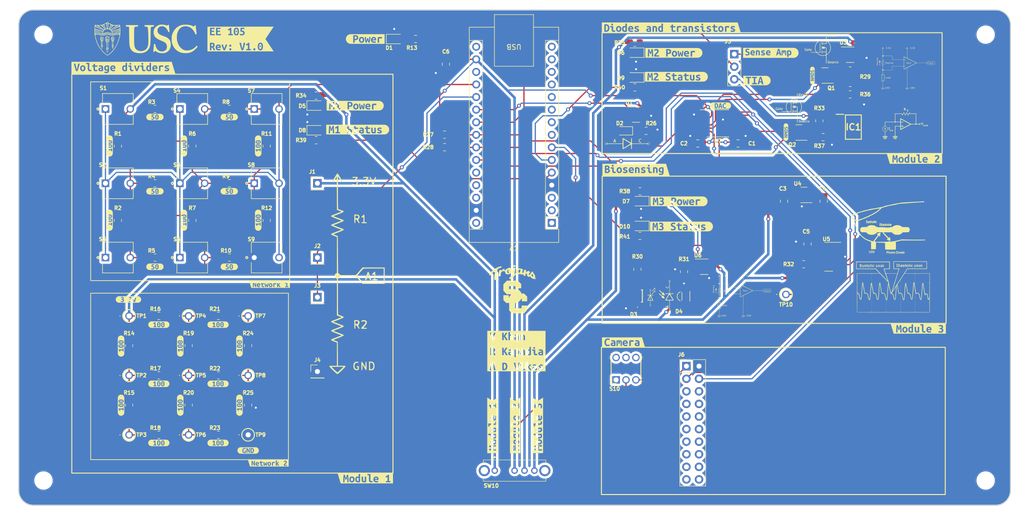
<source format=kicad_pcb>
(kicad_pcb (version 20221018) (generator pcbnew)
  (layers (0 "F.Cu" signal) (31 "B.Cu" signal) (34 "B.Paste" user) (35 "F.Paste" user) (36 "B.SilkS" user "B.Silkscreen") (37 "F.SilkS" user "F.Silkscreen") (38 "B.Mask" user) (39 "F.Mask" user) (44 "Edge.Cuts" user))
  (net 0 "")
  (net 4 "gnd")
  (net 5 "m1_status_led")
  (net 6 "m2_status_led")
  (net 7 "m3_status_led")
  (net 17 "3v3")
  (net 19 "A0_NA")
  (net 20 "m1_voltage_divider")
  (net 21 "m2_diode")
  (net 22 "m2_nmos")
  (net 23 "SDA")
  (net 24 "SCL")
  (net 25 "m3_photo_diode")
  (net 30 "3v3_m3")
  (net 31 "1v8_m3")
  (net 32 "Net-(D1-A)")
  (net 33 "Net-(D2-K)")
  (net 34 "DAC_out0")
  (net 35 "Net-(D5-A)")
  (net 36 "Net-(D6-A)")
  (net 37 "Net-(D7-A)")
  (net 38 "Net-(D8-A)")
  (net 39 "Net-(D9-A)")
  (net 40 "Net-(D10-A)")
  (net 41 "m2_nmos_tia")
  (net 42 "source")
  (net 46 "3v3_m2")
  (net 47 "3v3_m1")
  (net 48 "m2_nmos_senseamp")
  (net 49 "DAC_out1")
  (net 50 "Net-(Q1-S)")
  (net 51 "DAC_out2")
  (net 52 "DAC_out3")
  (net 53 "DAC_out4")
  (net 54 "Net-(R1-Pad2)")
  (net 55 "Net-(R2-Pad2)")
  (net 56 "Net-(R3-Pad2)")
  (net 57 "/Module 1/center_node")
  (net 58 "Net-(R10-Pad1)")
  (net 59 "Net-(R11-Pad1)")
  (net 60 "Net-(R11-Pad2)")
  (net 61 "Net-(R14-Pad2)")
  (net 62 "Net-(R15-Pad2)")
  (net 63 "Net-(R16-Pad2)")
  (net 64 "Net-(R17-Pad2)")
  (net 65 "Net-(R18-Pad2)")
  (net 66 "Net-(R21-Pad2)")
  (net 67 "Net-(R22-Pad2)")
  (net 68 "DAC_out5")
  (net 69 "Net-(D3-A)")
  (net 70 "Net-(U5-~{INT})")
  (net 77 "DAC_out6")
  (net 78 "DAC_out7")
  (net 81 "Net-(U6-+)")
  (net 98 "Net-(J6-Pin_1)")
  (footprint "kibuzzard-666A140F" (layer "F.Cu") (at 182.626 63.5)
    (fp_text reference "kibuzzard-666A140F" hide)
    (fp_text value "G***" hide)
  )
  (footprint "custom_footprints:SW_4-1437565-0" (layer "F.Cu") (at 85 85)
    (fp_text reference "S5")
    (fp_text value "4-1437565-0")
  )
  (footprint "kibuzzard-666A1E2E" (layer "F.Cu") (at 154.686 133.858 90)
    (fp_text reference "kibuzzard-666A1E2E" hide)
    (fp_text value "G***" hide)
  )
  (footprint "kibuzzard-666A1C72" (layer "F.Cu") (at 171.958 117.094)
    (fp_text reference "kibuzzard-666A1C72" hide)
    (fp_text value "G***" hide)
  )
  (footprint "Resistor_SMD:R_0805_2012Metric_Pad1.20x1.40mm_HandSolder" (layer "F.Cu") (at 109.982 67.31 180)
    (fp_text reference "R34")
    (fp_text value "1k")
  )
  (footprint "kibuzzard-666B1C5A" (layer "F.Cu") (at 98.298 77.47 90)
    (fp_text reference "kibuzzard-666B1C5A" hide)
    (fp_text value "G***" hide)
  )
  (footprint "Package_TO_SOT_SMD:SOT-23-5" (layer "F.Cu") (at 217.668 59.055)
    (fp_text reference "U3")
    (fp_text value "INA180A1")
  )
  (footprint "kibuzzard-666B1C5A" (layer "F.Cu") (at 94.516 129.794 90)
    (fp_text reference "kibuzzard-666B1C5A" hide)
    (fp_text value "G***" hide)
  )
  (footprint "kibuzzard-666B4306" (layer "F.Cu") (at 191.516 69.342)
    (fp_text reference "kibuzzard-666B4306" hide)
    (fp_text value "G***" hide)
  )
  (footprint "kibuzzard-666B1BA9" (layer "F.Cu") (at 94.742 55.88)
    (fp_text reference "kibuzzard-666B1BA9" hide)
    (fp_text value "G***" hide)
  )
  (footprint "Resistor_SMD:R_0805_2012Metric_Pad1.20x1.40mm_HandSolder" (layer "F.Cu") (at 212.222 75.692)
    (fp_text reference "R37")
    (fp_text value "1k")
  )
  (footprint "kibuzzard-666B1CC3" (layer "F.Cu") (at 92.456 71.628)
    (fp_text reference "kibuzzard-666B1CC3" hide)
    (fp_text value "G***" hide)
  )
  (footprint "Capacitor_SMD:C_0805_2012Metric_Pad1.18x1.45mm_HandSolder" (layer "F.Cu") (at 204.344 88.6245 -90)
    (fp_text reference "C3")
    (fp_text value "1uF")
  )
  (footprint "Module:Arduino_Nano" (layer "F.Cu") (at 157.5 93 180)
    (fp_text reference "A1")
    (fp_text value "Arduino_Nano_Every")
  )
  (footprint "Resistor_SMD:R_0805_2012Metric_Pad1.20x1.40mm_HandSolder" (layer "F.Cu") (at 174.768 102.348 -90)
    (fp_text reference "R30")
    (fp_text value "1k")
  )
  (footprint "custom_footprints:5115" (layer "F.Cu") (at 72.266 135.778)
    (fp_text reference "TP3")
    (fp_text value "5115" hide)
  )
  (footprint "custom_footprints:5115" (layer "F.Cu") (at 204.724 107.442)
    (fp_text reference "TP10")
    (fp_text value "5115" hide)
  )
  (footprint "Resistor_SMD:R_0805_2012Metric_Pad1.20x1.40mm_HandSolder" (layer "F.Cu") (at 92.5 85)
    (fp_text reference "R9")
    (fp_text value "50")
  )
  (footprint "kibuzzard-666B1CC3" (layer "F.Cu") (at 92.456 101.854)
    (fp_text reference "kibuzzard-666B1CC3" hide)
    (fp_text value "G***" hide)
  )
  (footprint "custom_footprints:SW_4-1437565-0" (layer "F.Cu") (at 100 100)
    (fp_text reference "S9")
    (fp_text value "4-1437565-0")
  )
  (footprint "Graphics:usc_logo2_conv" (layer "F.Cu") (at 149.606 106.426)
    (fp_text reference "G***" hide)
    (fp_text value "LOGO" hide)
  )
  (footprint "LED_SMD:LED_0805_2012Metric_Pad1.15x1.40mm_HandSolder" (layer "F.Cu") (at 175.276 93.614 180)
    (fp_text reference "D10")
    (fp_text value "m3_status")
  )
  (footprint "Package_TO_SOT_SMD:SOT-23" (layer "F.Cu") (at 208.344 87.3545 180)
    (fp_text reference "U4")
    (fp_text value "MCP1703T-1802E/CB")
  )
  (footprint "Graphics:led_w2" (layer "F.Cu") (at 177.546 107.95)
    (fp_text reference "G***" hide)
    (fp_text value "LOGO" hide)
  )
  (footprint "MountingHole:MountingHole_3.2mm_M3" (layer "F.Cu") (at 245 145)
    (fp_text reference "H4" hide)
    (fp_text value "MountingHole")
  )
  (footprint "kibuzzard-666B1CC3" (layer "F.Cu") (at 77.47 101.854)
    (fp_text reference "kibuzzard-666B1CC3" hide)
    (fp_text value "G***" hide)
  )
  (footprint "Resistor_SMD:R_0805_2012Metric_Pad1.20x1.40mm_HandSolder" (layer "F.Cu") (at 78.266 123.778)
    (fp_text reference "R17")
    (fp_text value "100")
  )
  (footprint "kibuzzard-666B1C5A" (layer "F.Cu") (at 90.198 113.538)
    (fp_text reference "kibuzzard-666B1C5A" hide)
    (fp_text value "G***" hide)
  )
  (footprint "Graphics:pd_w3.5" (layer "F.Cu") (at 180.594 107.95)
    (fp_text reference "G***" hide)
    (fp_text value "LOGO" hide)
  )
  (footprint "kibuzzard-666B45CE" (layer "F.Cu") (at 100.584 105.41)
    (fp_text reference "kibuzzard-666B45CE" hide)
    (fp_text value "G***" hide)
  )
  (footprint "kibuzzard-666B6DEA" (layer "F.Cu") (at 204.724 74.676 90)
    (fp_text reference "kibuzzard-666B6DEA" hide)
    (fp_text value "G***" hide)
  )
  (footprint "custom_footprints:5115" (layer "F.Cu") (at 84.266 135.778)
    (fp_text reference "TP6")
    (fp_text value "5115" hide)
  )
  (footprint "Resistor_SMD:R_0805_2012Metric_Pad1.20x1.40mm_HandSolder" (layer "F.Cu") (at 184.166 102.856 90)
    (fp_text reference "R31")
    (fp_text value "1k")
  )
  (footprint "LED_SMD:LED_0805_2012Metric_Pad1.15x1.40mm_HandSolder" (layer "F.Cu") (at 109.982 74.31)
    (fp_text reference "D8")
    (fp_text value "m1_status")
  )
  (footprint "kibuzzard-66690AD5" (layer "F.Cu") (at 71.12 61.722)
    (fp_text reference "kibuzzard-66690AD5" hide)
    (fp_text value "G***" hide)
  )
  (footprint "custom_footprints:SW_4-1437565-0" (layer "F.Cu") (at 85 100)
    (fp_text reference "S6")
    (fp_text value "4-1437565-0")
  )
  (footprint "Capacitor_SMD:C_0805_2012Metric_Pad1.18x1.45mm_HandSolder" (layer "F.Cu") (at 209.074 97.282 -90)
    (fp_text reference "C5")
    (fp_text value "0.1uF")
  )
  (footprint "Graphics:tia_w10" (layer "F.Cu") (at 228.6 72.898)
    (fp_text reference "G***" hide)
    (fp_text value "LOGO" hide)
  )
  (footprint "MountingHole:MountingHole_3.2mm_M3" (layer "F.Cu") (at 55 55)
    (fp_text reference "H1" hide)
    (fp_text value "MountingHole")
  )
  (footprint "kibuzzard-666A176F" (layer "F.Cu") (at 183.658 93.726)
    (fp_text reference "kibuzzard-666A176F" hide)
    (fp_text value "G***" hide)
  )
  (footprint "Graphics:usc_logo_h7" (layer "F.Cu") (at 75.692 55.88)
    (fp_text reference "G***" hide)
    (fp_text value "LOGO" hide)
  )
  (footprint "kibuzzard-666A1764" (layer "F.Cu") (at 183.15 88.646)
    (fp_text reference "kibuzzard-666A1764" hide)
    (fp_text value "G***" hide)
  )
  (footprint "LED_SMD:LED_0805_2012Metric_Pad1.15x1.40mm_HandSolder" (layer "F.Cu") (at 109.982 69.31)
    (fp_text reference "D5")
    (fp_text value "m1_pwr")
  )
  (footprint "Resistor_SMD:R_0805_2012Metric_Pad1.20x1.40mm_HandSolder" (layer "F.Cu") (at 96.266 117.778 -90)
    (fp_text reference "R24")
    (fp_text value "100")
  )
  (footprint "Resistor_SMD:R_0805_2012Metric_Pad1.20x1.40mm_HandSolder" (layer "F.Cu") (at 208.312 101.346)
    (fp_text reference "R32")
    (fp_text value "10k")
  )
  (footprint "custom_footprints:5115" (layer "F.Cu") (at 72.266 111.778)
    (fp_text reference "TP1")
    (fp_text value "5115" hide)
  )
  (footprint "Resistor_SMD:R_0805_2012Metric_Pad1.20x1.40mm_HandSolder" (layer "F.Cu") (at 90.266 111.778)
    (fp_text reference "R21")
    (fp_text value "100")
  )
  (footprint "custom_footprints:5115" (layer "F.Cu") (at 84.266 123.778)
    (fp_text reference "TP5")
    (fp_text value "5115" hide)
  )
  (footprint "custom_footprints:OS103011MA7QP1" (layer "F.Cu") (at 146 143)
    (fp_text reference "SW10")
    (fp_text value "pwr_select" hide)
  )
  (footprint "Connector_PinSocket_2.54mm:PinSocket_1x03_P2.54mm_Vertical" (layer "F.Cu") (at 194.31 58.928)
    (fp_text reference "J5")
    (fp_text value "tia vs senseamp")
  )
  (footprint "LED_SMD:LED_0805_2012Metric_Pad1.15x1.40mm_HandSolder" (layer "F.Cu") (at 174.244 63.642 180)
    (fp_text reference "D9")
    (fp_text value "m2_status")
  )
  (footprint "Capacitor_SMD:C_0805_2012Metric_Pad1.18x1.45mm_HandSolder" (layer "F.Cu") (at 186.944 76.962)
    (fp_text reference "C2")
    (fp_text value "100nF")
  )
  (footprint "kibuzzard-666A1C01" (layer "F.Cu") (at 174.498 82.296)
    (fp_text reference "kibuzzard-666A1C01" hide)
    (fp_text value "G***" hide)
  )
  (footprint "custom_footprints:SW_4-1437565-0" (layer "F.Cu") (at 85 70)
    (fp_text reference "S4")
    (fp_text value "4-1437565-0")
  )
  (footprint "kibuzzard-666B1C5A" (layer "F.Cu") (at 78.26 113.538)
    (fp_text reference "kibuzzard-666B1C5A" hide)
    (fp_text value "G***" hide)
  )
  (footprint "Package_TO_SOT_SMD:SOT-23" (layer "F.Cu") (at 212.598 63.246 180)
    (fp_text reference "Q1")
    (fp_text value "DMN3404L")
  )
  (footprint "Package_SO:TSSOP-16_4.4x5mm_P0.65mm" (layer "F.Cu") (at 191.008 72.898)
    (fp_text reference "U7")
    (fp_text value "AD5593R")
  )
  (footprint "kibuzzard-666B4618" (layer "F.Cu") (at 72.136 108.458)
    (fp_text reference "kibuzzard-666B4618" hide)
    (fp_text value "G***" hide)
  )
  (footprint "Resistor_SMD:R_0805_2012Metric_Pad1.20x1.40mm_HandSolder" (layer "F.Cu") (at 100 77.5 -90)
    (fp_text reference "R11")
    (fp_text value "100")
  )
  (footprint "Resistor_SMD:R_0805_2012Metric_Pad1.20x1.40mm_HandSolder" (layer "F.Cu") (at 217.678 67.056)
    (fp_text reference "R36")
    (fp_text value "1k")
  )
  (footprint "Package_TO_SOT_SMD:SOT-23-5" (layer "F.Cu") (at 188.23 101.852)
    (fp_text reference "U6")
    (fp_text value "INA180A1")
  )
  (footprint "kibuzzard-666B1CC3" (layer "F.Cu") (at 92.456 86.614)
    (fp_text reference "kibuzzard-666B1CC3" hide)
    (fp_text value "G***" hide)
  )
  (footprint "LED_SMD:LED_0805_2012Metric_Pad1.15x1.40mm_HandSolder" (layer "F.Cu") (at 175.276 88.614 180)
    (fp_text reference "D7")
    (fp_text value "m3_pwr")
  )
  (footprint "Resistor_SMD:R_0805_2012Metric_Pad1.20x1.40mm_HandSolder" (layer "F.Cu") (at 90.266 123.778)
    (fp_text reference "R22")
    (fp_text value "100")
  )
  (footprint "custom_footprints:5115" (layer "F.Cu") (at 72.266 123.778)
    (fp_text reference "TP2")
    (fp_text value "5115" hide)
  )
  (footprint "custom_footprints:SW_4-1437565-0" (layer "F.Cu") (at 100 85)
    (fp_text reference "S8")
    (fp_text value "4-1437565-0")
  )
  (footprint "Resistor_SMD:R_0805_2012Metric_Pad1.20x1.40mm_HandSolder" (layer "F.Cu") (at 84.266 117.778 -90)
    (fp_text reference "R19")
    (fp_text value "100")
  )
  (footprint "kibuzzard-666B1C5A" (layer "F.Cu") (at 83.312 92.456 90)
    (fp_text reference "kibuzzard-666B1C5A" hide)
    (fp_text value "G***" hide)
  )
  (footprint "Package_TO_SOT_SMD:SOT-23" (layer "F.Cu") (at 207.33 74.7545 180)
    (fp_text reference "Q2")
    (fp_text value "DMN3404L")
  )
  (footprint "kibuzzard-666B1C5A" (layer "F.Cu") (at 78.26 137.414)
    (fp_text reference "kibuzzard-666B1C5A" hide)
    (fp_text value "G***" hide)
  )
  (footprint "MountingHole:MountingHole_3.2mm_M3" (layer "F.Cu") (at 55 145)
    (fp_text reference "H2" hide)
    (fp_text value "MountingHole")
  )
  (footprint "kibuzzard-666A1613" (layer "F.Cu") (at 230.632 80.01)
    (fp_text reference "kibuzzard-666A1613" hide)
    (fp_text value "G***" hide)
  )
  (footprint "kibuzzard-666B462C" (layer "F.Cu") (at 96.266 138.938)
    (fp_text reference "kibuzzard-666B462C" hide)
    (fp_text value "G***" hide)
  )
  (footprint "Resistor_SMD:R_0805_2012Metric_Pad1.20x1.40mm_HandSolder" (layer "F.Cu") (at 77.5 100)
    (fp_text reference "R5")
    (fp_text value "50")
  )
  (footprint "Resistor_SMD:R_0805_2012Metric_Pad1.20x1.40mm_HandSolder" (layer "F.Cu") (at 77.5 85)
    (fp_text reference "R4")
    (fp_text value "50")
  )
  (footprint "Resistor_SMD:R_0805_2012Metric_Pad1.20x1.40mm_HandSolder" (layer "F.Cu") (at 70 77.5 -90)
    (fp_text reference "R1")
    (fp_text value "100")
  )
  (footprint "kibuzzard-66690A5C" (layer "F.Cu") (at 117.856 69.342)
    (fp_text reference "kibuzzard-66690A5C" hide)
    (fp_text value "G***" hide)
  )
  (footprint "kibuzzard-66690A76" (layer "F.Cu") (at 118.364 74.168)
    (fp_text reference "kibuzzard-66690A76" hide)
    (fp_text value "G***" hide)
  )
  (footprint "Connector_PinHeader_2.54mm:PinHeader_2x10_P2.54mm_Vertical" (layer "F.Cu") (at 184.653 121.92)
    (fp_text reference "J6")
    (fp_text value "camera_connector")
  )
  (footprint "Connector_PinHeader_2.54mm:PinHeader_1x01_P2.54mm_Vertical" (layer "F.Cu") (at 110.236 108)
    (fp_text reference "J3")
    (fp_text value "Conn_01x01_Pin")
  )
  (footprint "kibuzzard-666A1E14" (layer "F.Cu") (at 145.542 133.858 90)
    (fp_text reference "kibuzzard-666A1E14" hide)
    (fp_text value "G***" hide)
  )
  (footprint "kibuzzard-666B1C5A" (layer "F.Cu") (at 78.26 125.476)
    (fp_text reference "kibuzzard-666B1C5A" hide)
    (fp_text value "G***" hide)
  )
  (footprint "kibuzzard-666B1C5A" (layer "F.Cu") (at 98.298 92.456 90)
    (fp_text reference "kibuzzard-666B1C5A" hide)
    (fp_text value "G***" hide)
  )
  (footprint "LED_SMD:LED_0805_2012Metric_Pad1.15x1.40mm_HandSolder" (layer "F.Cu") (at 174.244 58.642 180)
    (fp_text reference "D6")
    (fp_text value "m2_pwr")
  )
  (footprint "Resistor_SMD:R_0805_2012Metric_Pad1.20x1.40mm_HandSolder" (layer "F.Cu") (at 92.5 70)
    (fp_text reference "R8")
    (fp_text value "50")
  )
  (footprint "kibuzzard-666B1C5A" (layer "F.Cu") (at 83.312 77.47 90)
    (fp_text reference "kibuzzard-666B1C5A" hide)
    (fp_text value "G***" hide)
  )
  (footprint "kibuzzard-666B70CC" (layer "F.Cu") (at 198.882 64.262)
    (fp_text reference "kibuzzard-666B70CC" hide)
    (fp_text value "G***" hide)
  )
  (footprint "kibuzzard-666B1C5A" (layer "F.Cu") (at 68.326 77.47 90)
    (fp_text reference "kibuzzard-666B1C5A" hide)
    (fp_text value "G***" hide)
  )
  (footprint "kibuzzard-666B1C5A" (layer "F.Cu") (at 70.64 129.794 90)
    (fp_text reference "kibuzzard-666B1C5A" hide)
    (fp_text value "G***" hide)
  )
  (footprint "Resistor_SMD:R_0805_2012Metric_Pad1.20x1.40mm_HandSolder" (layer "F.Cu") (at 72.266 129.778 -90)
    (fp_text reference "R15")
    (fp_text value "100")
  )
  (footprint "kibuzzard-666A1D09" (layer "F.Cu") (at 119.888 55.88)
    (fp_text reference "kibuzzard-666A1D09" hide)
    (fp_text value "G***" hide)
  )
  (footprint "Resistor_SMD:R_0805_2012Metric_Pad1.20x1.40mm_HandSolder" (layer "F.Cu") (at 211.46 72.39 -90)
    (fp_text reference "R33")
    (fp_text value "1")
  )
  (footprint "Graphics:diode_w3" (layer "F.Cu") (at 172.72 76.962 -90)
    (fp_text reference "G***" hide)
    (fp_text value "LOGO" hide)
  )
  (footprint "Graphics:nmos" (layer "F.Cu") (at 212.09 57.912)
    (fp_text reference "G***" hide)
    (fp_text value "LOGO" hide)
  )
  (footprint "Resistor_SMD:R_0805_2012Metric_Pad1.20x1.40mm_HandSolder" (layer "F.Cu") (at 174.244 65.642)
    (fp_text reference "R40")
    (fp_text value "1k")
  )
  (footprint "Resistor_SMD:R_0805_2012Metric_Pad1.20x1.40mm_HandSolder" (layer "F.Cu") (at 84.266 129.778 -90)
    (fp_text reference "R20")
    (fp_text value "100")
  )
  (footprint "kibuzzard-666B1C5A" (layer "F.Cu") (at 94.516 117.856 90)
    (fp_text reference "kibuzzard-666B1C5A" hide)
    (fp_text value "G***" hide)
  )
  (footprint "kibuzzard-666B1C5A" (layer "F.Cu") (at 68.326 92.456 90)
    (fp_text reference "kibuzzard-666B1C5A" hide)
    (fp_text value "G***" hide)
  )
  (footprint "Package_TO_SOT_SMD:SOT-23-5" (layer "F.Cu") (at 174.489 71.12)
    (fp_text reference "U1")
    (fp_text value "INA180A1")
  )
  (footprint "Connector_PinHeader_2.54mm:PinHeader_1x01_P2.54mm_Vertical" (layer "F.Cu") (at 110.236 100)
    (fp_text reference "J2")
    (fp_text value "Conn_01x01_Pin")
  )
  (footprint "Connector_PinHeader_2.54mm:PinHeader_1x01_P2.54mm_Vertical" (layer "F.Cu") (at 110.236 123)
    (fp_text reference "J4")
    (fp_text value "Conn_01x01_Pin")
  )
  (footprint "kibuzzard-66690A8E" (layer "F.Cu") (at 119.888 144.526)
    (fp_text reference "kibuzzard-66690A8E" hide)
    (fp_text value "G***" hide)
  )
  (footprint "Capacitor_SMD:C_0805_2012Metric_Pad1.18x1.45mm_HandSolder" (layer "F.Cu") (at 195.072 76.962)
    (fp_text reference "C1")
    (fp_text value "0.1uF")
  )
  (footprint "Resistor_SMD:R_0805_2012Metric_Pad1.20x1.40mm_HandSolder" (layer "F.Cu") (at 78.266 135.778)
    (fp_text reference "R18")
    (fp_text value "100")
  )
  (footprint "Resistor_SMD:R_0805_2012Metric_Pad1.20x1.40mm_HandSolder" (layer "F.Cu") (at 85 92.5 -90)
    (fp_text reference "R7")
    (fp_text value "100")
  )
  (footprint "Resistor_SMD:R_0805_2012Metric_Pad1.20x1.40mm_HandSolder" (layer "F.Cu") (at 72.266 117.778 -90)
    (fp_text reference "R14")
    (fp_text value "100")
  )
  (footprint "Diode_SMD:D_SOD-323F" (layer "F.Cu") (at 172.203 74.422 180)
    (fp_text reference "D2")
    (fp_text value "D")
  )
  (footprint "custom_footprints:5115" (layer "F.Cu") (at 84.266 111.778)
    (fp_text reference "TP4")
    (fp_text value "5115" hide)
  )
  (footprint "kibuzzard-666B1CC3" (layer "F.Cu") (at 77.47 86.614)
    (fp_text reference "kibuzzard-666B1CC3" hide)
    (fp_text value "G***" hide)
  )
  (footprint "Resistor_SMD:R_0805_2012Metric_Pad1.20x1.40mm_HandSolder" (layer "F.Cu") (at 70 92.5 -90)
    (fp_text reference "R2")
    (fp_text value "100")
  )
  (footprint "kibuzzard-666B70BB" (layer "F.Cu") (at 201.676 58.674)
    (fp_text reference "kibuzzard-666B70BB" hide)
    (fp_text value "G***" hide)
  )
  (footprint "Capacitor_SMD:C_0805_2012Metric_Pad1.18x1.45mm_HandSolder" (layer "F.Cu") (at 212.344 88.6245 -90)
    (fp_text reference "C4")
    (fp_text value "1uF")
  )
  (footprint "Graphics:sense_amp_w12.5" (layer "F.Cu") (at 195.834 107.696)
    (fp_text reference "G***" hide)
    (fp_text value "LOGO" hide)
  )
  (footprint "kibuzzard-666B1C5A" (layer "F.Cu") (at 90.198 137.414)
    (fp_text reference "kibuzzard-666B1C5A" hide)
    (fp_text value "G***" hide)
  )
  (footprint "kibuzzard-666A1E29" (layer "F.Cu") (at 150.114 133.858 90)
    (fp_text reference "kibuzzard-666A1E29" hide)
    (fp_text value "G***" hide)
  )
  (footprint "MountingHole:MountingHole_3.2mm_M3" (layer "F.Cu") (at 245 55)
    (fp_text reference "H3" hide)
    (fp_text value "MountingHole")
  )
  (footprint "Resistor_SMD:R_0815_2038Metric_Pad1.20x4.05mm_HandSolder" (layer "F.Cu") (at 217.678 63.5)
    (fp_text reference "R29")
    (fp_text value "0.04")
  )
  (footprint "custom_footprints:SW_4-1437565-0" (layer "F.Cu") (at 70 100)
    (fp_text reference "S3")
    (fp_text value "4-1437565-0")
  )
  (footprint "Graphics:sense_amp_w12.5" (layer "F.Cu") (at 228.854 61.722)
    (fp_text reference "G***" hide)
    (fp_text value "LOGO" hide)
  )
  (footprint "Resistor_SMD:R_0805_2012Metric_Pad1.20x1.40mm_HandSolder" (layer "F.Cu") (at 78.266 111.778)
    (fp_text reference "R16")
    (fp_text value "100")
  )
  (footprint "Resistor_SMD:R_0805_2012Metric_Pad1.20x1.40mm_HandSolder" (layer "F.Cu") (at 85 77.5 -90)
    (fp_text reference "R6")
    (fp_text value "100")
  )
  (footprint "Graphics:ppg_wave" (layer "F.Cu") (at 226.314 105.918)
    (fp_text reference "G***" hide)
    (fp_text value "LOGO" hide)
  )
  (footprint "Graphics:nmos" (layer "F.Cu") (at 206.248 69.85)
    (fp_text reference "G***" hide)
    (fp_text value "LOGO" hide)
  )
  (footprint "kibuzzard-666B1C5A" (layer "F.Cu") (at 70.64 117.856 90)
    (fp_text reference "kibuzzard-666B1C5A" hide)
    (fp_text value "G***" hide)
  )
  (footprint "Resistor_SMD:R_0805_2012Metric_Pad1.20x1.40mm_HandSolder" (layer "F.Cu") (at 100 92.5 -90)
    (fp_text reference "R12")
    (fp_text value "100")
  )
  (footprint "Connector_PinHeader_2.54mm:PinHeader_1x01_P2.54mm_Vertical" (layer "F.Cu") (at 110.236 85)
    (fp_text reference "J1")
    (fp_text value "Conn_01x01_Pin")
  )
  (footprint "Graphics:ppg_finger" (layer "F.Cu") (at 225.298 93.726)
    (fp_text reference "G***" hide)
    (fp_text value "LOGO" hide)
  )
  (footprint "custom_footprints:DIPS450W80P200L600H1050Q6N" (layer "F.Cu") (at 170.466 124.678 90)
    (fp_text reference "S10")
    (fp_text value "MHPS2266" hide)
  )
  (footprint "custom_footprints:SW_4-1437565-0" (layer "F.Cu") (at 70 70)
    (fp_text reference "S1")
    (fp_text value "4-1437565-0")
  )
  (footprint "Resistor_SMD:R_0805_2012Metric_Pad1.20x1.40mm_HandSolder" (layer "F.Cu") (at 77.5 70)
    (fp_text reference "R3")
    (fp_text value "50")
  )
  (footprint "kibuzzard-666B4604" (layer "F.Cu") (at 100.33 141.478)
    (fp_text reference "kibuzzard-666B4604" hide)
    (fp_text value "G***" hide)
  )
  (footprint "custom_footprints:5115" (layer "F.Cu") (at 96.266 135.778)
    (fp_text reference "TP9")
    (fp_text value "5115" hide)
  )
  (footprint "Resistor_SMD:R_0805_2012Metric_Pad1.20x1.40mm_HandSolder" (layer "F.Cu") (at 130.048 55.88 180)
    (fp_text reference "R13")
    (fp_text value "1k")
  )
  (footprint "kibuzzard-666A15EB" (layer "F.Cu") (at 181.61 53.594)
    (fp_text reference "kibuzzard-666A15EB" hide)
    (fp_text value "G***" hide)
  )
  (footprint "Capacitor_SMD:C_0805_2012Metric_Pad1.18x1.45mm_HandSolder" (layer "F.Cu") (at 136.144 60.96 -90)
    (fp_text reference "C6")
    (fp_text value "1uF")
  )
  (footprint "Resistor_SMD:R_0805_2012Metric_Pad1.20x1.40mm_HandSolder" (layer "F.Cu") (at 92.5 100)
    (fp_text reference "R10")
    (fp_text value "50")
  )
  (footprint "Resistor_SMD:R_0805_2012Metric_Pad1.20x1.40mm_HandSolder" (layer "F.Cu") (at 176.521 74.422)
    (fp_text reference "R26")
    (fp_text value "0.2")
  )
  (footprint "kibuzzard-666B1C5A" (layer "F.Cu") (at 82.578 129.794 90)
    (fp_text reference "kibuzzard-666B1C5A" hide)
    (fp_text value "G***" hide)
  )
  (footprint "custom_footprints:SW_4-1437565-0" (layer "F.Cu") (at 70 85)
    (fp_text reference "S2")
    (fp_text value "4-1437565-0")
  )
  (footprint "kibuzzard-666B1CC3" (layer "F.Cu") (at 77.47 71.628)
    (fp_text reference "kibuzzard-666B1CC3" hide)
    (fp_text value "G***" hide)
  )
  (footprint "kibuzzard-666B1C5A" (layer "F.Cu") (at 82.578 117.856 90)
    (fp_text reference "kibuzzard-666B1C5A" hide)
    (fp_text value "G***" hide)
  )
  (footprint "kibuzzard-666A1C15" (layer "F.Cu") (at 231.394 114.3)
    (fp_text reference "kibuzzard-666A1C15" hide)
    (fp_text value "G***" hide)
  )
  (footprint "custom_footprints:5115" (layer "F.Cu") (at 96.266 123.778)
    (fp_text reference "TP8")
    (fp_text value "5115" hide)
  )
  (footprint "Resistor_SMD:R_0805_2012Metric_Pad1.20x1.40mm_HandSolder" (layer "F.Cu") (at 174.244 56.642)
    (fp_text reference "R35")
    (fp_text value "1k")
  )
  (footprint "Resistor_SMD:R_0805_2012Metric_Pad1.20x1.40mm_HandSolder" (layer "F.Cu") (at 109.982 76.31 180)
    (fp_text reference "R39")
    (fp_text value "1k")
  )
  (footprint "Resistor_SMD:R_0805_2012Metric_Pad1.20x1.40mm_HandSolder" (layer "F.Cu") (at 90.266 135.778)
    (fp_text reference "R23")
    (fp_text value "100")
  )
  (footprint "custom_footprints:5115" (layer "F.Cu") (at 96.266 111.778)
    (fp_text reference "TP7")
    (fp_text value "5115" hide)
  )
  (footprint "Resistor_SMD:R_0805_2012Metric_Pad1.20x1.40mm_HandSolder" (layer "F.Cu") (at 175.276 86.614)
    (fp_text reference "R38")
    (fp_text value "1k")
  )
  (footprint "Resistor_SMD:R_0805_2012Metric_Pad1.20x1.40mm_HandSolder" (layer "F.Cu") (at 135.89 75.184)
    (fp_text reference "R27")
    (fp_text value "4.7k")
  )
  (footprint "custom_footprints:SOIC127P600X175-8N" (layer "F.Cu") (at 218.318 73.66)
    (fp_text reference "IC1")
    (fp_text value "TLV9102IDR" hide)
  )
  (footprint "Graphics:voltage_divider_w12" (layer "F.Cu") (at 118.11 103.124)
    (fp_text reference "G***" hide)
    (fp_text value "LOGO" hide)
  )
  (footprint "LED_SMD:LED_0805_2012Metric_Pad1.15x1.40mm_HandSolder" (layer "F.Cu") (at 125.984 55.88)
    (fp_text reference "D1")
    (fp_text value "PWR")
  )
  (footprint "OptoDevice:Maxim_OLGA-14_3.3x5.6mm_P0.8mm" (layer "F.Cu") (at 214.154 99.822 180)
    (fp_text reference "U5")
    (fp_text value "MAX30102")
  )
  (footprint "kibuzzard-666B7167" (layer "F.Cu") (at 150.368 118.872)
    (fp_text reference "kibuzzard-666B7167" hide)
    (fp_text value "G***" hide)
  )
  (footprint "custom_footprints:SW_4-1437565-0" (layer "F.Cu") (at 100 70)
    (fp_text reference "S7")
    (fp_text value "4-1437565-0")
  )
  (footprint "custom_footprints:XDCR_VEMD2023SLX01" (layer "F.Cu") (at 184.166 107.822 -90)
    (fp_text reference "D4")
    (fp_text value "VEMD2023SLX01")
  )
  (footprint "kibuzzard-666B1C5A" (layer "F.Cu") (at 90.198 125.476)
    (fp_text reference "kibuzzard-666B1C5A" hide)
    (fp_text value "G***" hide)
  )
  (footprint "custom_footprints:CSL0416WBCW1" (layer "F.Cu") (at 174.768 107.752)
    (fp_text reference "D3")
    (fp_text value "PD_LED" hide)
  )
  (footprint "Resistor_SMD:R_0805_2012Metric_Pad1.20x1.40mm_HandSolder" (layer "F.Cu") (at 135.89 77.724)
    (fp_text reference "R28")
    (fp_text value "4.7k")
  )
  (footprint "Resistor_SMD:R_0805_2012Metric_Pad1.20x1.40mm_HandSolder" (layer "F.Cu") (at 96.266 129.778 -90)
    (fp_text reference "R25")
    (fp_text value "100")
  )
  (footprint "kibuzzard-666B6DEA" (layer "F.Cu") (at 210.058 63.246 90)
    (fp_text reference "kibuzzard-666B6DEA" hide)
    (fp_text value "G***" hide)
  )
  (footprint "kibuzzard-666A13FA" (layer "F.Cu") (at 182.118 58.674)
    (fp_text reference "kibuzzard-666A13FA" hide)
    (fp_text value "G***" hide)
  )
  (footprint "Resistor_SMD:R_0805_2012Metric_Pad1.20x1.40mm_HandSolder" (layer "F.Cu") (at 175.276 95.614)
    (fp_text reference "R41")
    (fp_text value "1k")
  )
  (gr_rect (start 167.513 118.11) (end 236.855 147.828) (stroke (width 0.2)) (fill none) (layer "F.SilkS"))
  (gr_rect (start 60.706 62.992) (end 125.476 143.51) (stroke (width 0.2)) (fill none) (layer "F.SilkS"))
  (gr_rect (start 167.672 83.566) (end 237.014 113.284) (stroke (width 0.2)) (fill none) (layer "F.SilkS"))
  (gr_rect (start 167.64 54.61) (end 236.22 78.994) (stroke (width 0.2)) (fill none) (layer "F.SilkS"))
  (gr_rect (start 64.516 107.188) (end 104.394 140.796) (stroke (width 0.15)) (fill none) (layer "F.SilkS"))
  (gr_rect (start 64.516 64.516) (end 104.648 104.648) (stroke (width 0.15)) (fill none) (layer "F.SilkS"))
  (gr_line (start 250 53) (end 250 147) (stroke (width 0.2)) (layer "Edge.Cuts"))
  (gr_line (start 50 147) (end 50 53) (stroke (width 0.2)) (layer "Edge.Cuts"))
  (gr_line (start 53 50) (end 247 50) (stroke (width 0.2)) (layer "Edge.Cuts"))
  (gr_arc (start 53 150) (mid 50.878679 149.121321) (end 50 147) (stroke (width 0.2)) (layer "Edge.Cuts"))
  (gr_arc (start 247 50) (mid 249.121321 50.878679) (end 250 53) (stroke (width 0.2)) (layer "Edge.Cuts"))
  (gr_line (start 247 150) (end 53 150) (stroke (width 0.2)) (layer "Edge.Cuts"))
  (gr_arc (start 50 53) (mid 50.878679 50.878679) (end 53 50) (stroke (width 0.2)) (layer "Edge.Cuts"))
  (gr_arc (start 250 147) (mid 249.121321 149.121321) (end 247 150) (stroke (width 0.2)) (layer "Edge.Cuts"))
  (segment (start 185.9065 76.962) (end 185.9065 75.9245) (width 0.25) (layer "F.Cu") (net 4))
  (segment (start 209.074 96.2445) (end 209.0525 96.266) (width 0.25) (layer "F.Cu") (net 4))
  (segment (start 207.264 96.266) (end 206.756 96.774) (width 0.25) (layer "F.Cu") (net 4))
  (segment (start 93.5 99.85) (end 93.472 99.822) (width 0.25) (layer "F.Cu") (net 4))
  (segment (start 193.8705 71.923) (end 192.237 71.923) (width 0.25) (layer "F.Cu") (net 4))
  (segment (start 136.144 61.9975) (end 134.8525 61.9975) (width 0.25) (layer "F.Cu") (net 4))
  (segment (start 218.703 67.031) (end 218.678 67.056) (width 0.5) (layer "F.Cu") (net 4))
  (segment (start 96.266 135.778) (end 96.266 130.778) (width 0.25) (layer "F.Cu") (net 4))
  (segment (start 174.6765 71.12) (end 175.6265 72.07) (width 0.25) (layer "F.Cu") (net 4))
  (segment (start 175.269 58.642) (end 175.269 59.681) (width 0.25) (layer "F.Cu") (net 4))
  (segment (start 213.222 76.438) (end 214 77.216) (width 0.5) (layer "F.Cu") (net 4))
  (segment (start 207.924 89.662) (end 212.344 89.662) (width 0.25) (layer "F.Cu") (net 4))
  (segment (start 108.957 69.31) (end 108.957 70.367) (width 0.25) (layer "F.Cu") (net 4))
  (segment (start 175.269 62.747) (end 174.498 61.976) (width 0.25) (layer "F.Cu") (net 4))
  (segment (start 215.607 74.295) (end 215.607 75.565) (width 0.5) (layer "F.Cu") (net 4))
  (segment (start 97.818 130.302) (end 97.342 130.778) (width 0.25) (layer "F.Cu") (net 4))
  (segment (start 176.301 89.383) (end 175.514 90.17) (width 0.25) (layer "F.Cu") (net 4))
  (segment (start 185.9065 75.9245) (end 185.42 75.438) (width 0.25) (layer "F.Cu") (net 4))
  (segment (start 214.884 99.822) (end 215.354 99.822) (width 0.25) (layer "F.Cu") (net 4))
  (segment (start 100 95.58) (end 100 93.5) (width 0.25) (layer "F.Cu") (net 4))
  (segment (start 187.0925 101.852) (end 188.4175 101.852) (width 0.25) (layer "F.Cu") (net 4))
  (segment (start 218.703 63.5) (end 218.703 67.031) (width 0.5) (layer "F.Cu") (net 4))
  (segment (start 220.665 60.005) (end 220.98 59.69) (width 0.5) (layer "F.Cu") (net 4))
  (segment (start 175.6265 72.07) (end 176.85 72.07) (width 0.25) (layer "F.Cu") (net 4))
  (segment (start 176.301 88.614) (end 176.301 89.383) (width 0.25) (layer "F.Cu") (net 4))
  (segment (start 93.5 100) (end 93.5 99.85) (width 0.25) (layer "F.Cu") (net 4))
  (segment (start 204.344 89.662) (end 207.924 89.662) (width 0.25) (layer "F.Cu") (net 4))
  (segment (start 97.4981 100) (end 97.4981 98.0819) (width 0.25) (layer "F.Cu") (net 4))
  (segment (start 175.6265 72.07) (end 176.718 72.07) (width 0.25) (layer "F.Cu") (net 4))
  (segment (start 218.8055 60.005) (end 218.8055 63.3975) (width 0.5) (layer "F.Cu") (net 4))
  (segment (start 93.5 100) (end 97.4981 100) (width 0.25) (layer "F.Cu") (net 4))
  (segment (start 124.959 55.88) (end 124.959 54.619) (width 0.25) (layer "F.Cu") (net 4))
  (segment (start 97.342 130.778) (end 96.266 130.778) (width 0.25) (layer "F.Cu") (net 4))
  (segment (start 177.521 74.422) (end 178.562 74.422) (width 0.25) (layer "F.Cu") (net 4))
  (segment (start 175.269 59.681) (end 174.498 60.452) (width 0.25) (layer "F.Cu") (net 4))
  (segment (start 108.957 74.31) (end 108.957 73.397) (width 0.25) (layer "F.Cu") (net 4))
  (segment (start 192.237 71.923) (end 192.024 72.136) (width 0.25) (layer "F.Cu") (net 4))
  (segment (start 188.4175 101.852) (end 189.3675 102.802) (width 0.25) (layer "F.Cu") (net 4))
  (segment (start 187.0885 101.856) (end 187.0925 101.852) (width 0.25) (layer "F.Cu") (net 4))
  (segment (start 189.3675 104.0025) (end 189.23 104.14) (width 0.25) (layer "F.Cu") (net 4))
  (segment (start 177.546 74.397) (end 177.521 74.422) (width 0.25) (layer "F.Cu") (net 4))
  (segment (start 218.8055 63.3975) (end 218.703 63.5) (width 0.5) (layer "F.Cu") (net 4))
  (segment (start 214.084 100.622) (end 214.884 99.822) (width 0.25) (layer "F.Cu") (net 4))
  (segment (start 184.166 101.856) (end 187.0885 101.856) (width 0.25) (layer "F.Cu") (net 4))
  (segment (start 182.878 101.856) (end 182.372 102.362) (width 0.25) (layer "F.Cu") (net 4))
  (segment (start 196.1095 75.9245) (end 196.596 75.438) (width 0.25) (layer "F.Cu") (net 4))
  (segment (start 209.0525 96.266) (end 207.264 96.266) (width 0.25) (layer "F.Cu") (net 4))
  (segment (start 174.768 108.952) (end 173.75 108.952) (width 0.25) (layer "F.Cu") (net 4))
  (segment (start 176.85 72.07) (end 177.546 71.374) (width 0.25) (layer "F.Cu") (net 4))
  (segment (start 215.607 75.565) (end 215.48 75.692) (width 0.25) (layer "F.Cu") (net 4))
  (segment (start 218.8055 60.005) (end 217.8555 59.055) (width 0.5) (layer "F.Cu") (net 4))
  (segment (start 108.957 73.397) (end 108.204 72.644) (width 0.25) (layer "F.Cu") (net 4))
  (segment (start 215.354 99.822) (end 216.662 99.822) (width 0.25) (layer "F.Cu") (net 4))
  (segment (start 184.166 101.856) (end 182.878 101.856) (width 0.25) (layer "F.Cu") (net 4))
  (segment (start 175.514 91.948) (end 176.301 92.735) (width 0.25) (layer "F.Cu") (net 4))
  (segment (start 189.3675 102.802) (end 189.3675 104.0025) (width 0.25) (layer "F.Cu") (net 4))
  (segment (start 217.8555 59.055) (end 216.5305 59.055) (width 0.5) (layer "F.Cu") (net 4))
  (segment (start 186.335 71.273) (end 186.182 71.12) (width 0.25) (layer "F.Cu") (net 4))
  (segment (start 212.954 100.622) (end 214.084 100.622) (width 0.25) (layer "F.Cu") (net 4))
  (segment (start 196.1095 76.962) (end 196.1095 75.9245) (width 0.25) (layer "F.Cu") (net 4))
  (segment (start 178.562 74.422) (end 178.816 74.168) (width 0.25) (layer "F.Cu") (net 4))
  (segment (start 124.959 54.619) (end 125.73 53.848) (width 0.25) (layer "F.Cu") (net 4))
  (segment (start 176.301 92.735) (end 176.301 93.614) (width 0.25) (layer "F.Cu") (net 4))
  (segment (start 175.269 63.642) (end 175.269 62.747) (width 0.25) (layer "F.Cu") (net 4))
  (segment (start 188.1455 71.273) (end 186.335 71.273) (width 0.25) (layer "F.Cu") (net 4))
  (segment (start 97.4981 98.0819) (end 100 95.58) (width 0.25) (layer "F.Cu") (net 4))
  (segment (start 176.718 72.07) (end 177.546 72.898) (width 0.25) (layer "F.Cu") (net 4))
  (segment (start 218.8055 60.005) (end 220.665 60.005) (width 0.5) (layer "F.Cu") (net 4))
  (segment (start 134.8525 61.9975) (end 134.112 62.738) (width 0.25) (layer "F.Cu") (net 4))
  (segment (start 213.222 75.692) (end 215.48 75.692) (width 0.5) (layer "F.Cu") (net 4))
  (segment (start 91.266 135.778) (end 96.266 135.778) (width 0.25) (layer "F.Cu") (net 4))
  (segment (start 207.924 89.662) (end 209.2815 88.3045) (width 0.25) (layer "F.Cu") (net 4))
  (segment (start 108.957 70.367) (end 108.204 71.12) (width 0.25) (layer "F.Cu") (net 4))
  (segment (start 173.75 108.952) (end 172.466 110.236) (width 0.25) (layer "F.Cu") (net 4))
  (segment (start 173.3515 71.12) (end 174.6765 71.12) (width 0.25) (layer "F.Cu") (net 4))
  (segment (start 177.546 72.898) (end 177.546 74.397) (width 0.25) (layer "F.Cu") (net 4))
  (segment (start 213.222 75.692) (end 213.222 76.438) (width 0.5) (layer "F.Cu") (net 4))
  (via (at 182.372 102.362) (size 0.8) (drill 0.4) (layers "F.Cu" "B.Cu") (net 4))
  (via (at 174.498 60.452) (size 0.8) (drill 0.4) (layers "F.Cu" "B.Cu") (net 4))
  (via (at 175.514 90.17) (size 0.8) (drill 0.4) (layers "F.Cu" "B.Cu") (net 4))
  (via (at 177.546 71.374) (size 0.8) (drill 0.4) (layers "F.Cu" "B.Cu") (net 4))
  (via (at 134.112 62.738) (size 0.8) (drill 0.4) (layers "F.Cu" "B.Cu") (net 4))
  (via (at 214 77.216) (size 0.8) (drill 0.4) (layers "F.Cu" "B.Cu") (net 4))
  (via (at 192.024 72.136) (size 0.8) (drill 0.4) (layers "F.Cu" "B.Cu") (net 4))
  (via (at 186.182 71.12) (size 0.8) (drill 0.4) (layers "F.Cu" "B.Cu") (net 4))
  (via (at 97.818 130.302) (size 0.8) (drill 0.4) (layers "F.Cu" "B.Cu") (net 4))
  (via (at 185.42 75.438) (size 0.8) (drill 0.4) (layers "F.Cu" "B.Cu") (net 4))
  (via (at 220.98 59.69) (size 0.8) (drill 0.4) (layers "F.Cu" "B.Cu") (net 4))
  (via (at 196.596 75.438) (size 0.8) (drill 0.4) (layers "F.Cu" "B.Cu") (net 4))
  (via (at 172.466 110.236) (size 0.8) (drill 0.4) (layers "F.Cu" "B.Cu") (net 4))
  (via (at 174.498 61.976) (size 0.8) (drill 0.4) (layers "F.Cu" "B.Cu") (net 4))
  (via (at 108.204 71.12) (size 0.8) (drill 0.4) (layers "F.Cu" "B.Cu") (net 4))
  (via (at 220.472 69.088) (size 0.8) (drill 0.4) (layers "F.Cu" "B.Cu") (net 4))
  (via (at 189.23 104.14) (size 0.8) (drill 0.4) (layers "F.Cu" "B.Cu") (net 4))
  (via (at 216.662 99.822) (size 0.8) (drill 0.4) (layers "F.Cu" "B.Cu") (net 4))
  (via (at 206.756 96.774) (size 0.8) (drill 0.4) (layers "F.Cu" "B.Cu") (net 4))
  (via (at 108.204 72.644) (size 0.8) (drill 0.4) (layers "F.Cu" "B.Cu") (net 4))
  (via (at 178.816 74.168) (size 0.8) (drill 0.4) (layers "F.Cu" "B.Cu") (net 4))
  (via (at 207.924 89.662) (size 0.8) (drill 0.4) (layers "F.Cu" "B.Cu") (net 4))
  (via (at 125.73 53.848) (size 0.8) (drill 0.4) (layers "F.Cu" "B.Cu") (net 4))
  (via (at 175.514 91.948) (size 0.8) (drill 0.4) (layers "F.Cu" "B.Cu") (net 4))
  (segment (start 126.856 76.31) (end 134.62 84.074) (width 0.25) (layer "F.Cu") (net 5))
  (segment (start 110.982 76.31) (end 126.856 76.31) (width 0.25) (layer "F.Cu") (net 5))
  (segment (start 156.266 84.074) (end 157.5 82.84) (width 0.25) (layer "F.Cu") (net 5))
  (segment (start 134.62 84.074) (end 156.266 84.074) (width 0.25) (layer "F.Cu") (net 5))
  (segment (start 160.782 70.104) (end 165.244 65.642) (width 0.25) (layer "F.Cu") (net 6))
  (segment (start 165.244 65.642) (end 173.244 65.642) (width 0.25) (layer "F.Cu") (net 6))
  (via (at 160.782 70.104) (size 0.8) (drill 0.4) (layers "F.Cu" "B.Cu") (net 6))
  (segment (start 160.782 70.104) (end 159.512 71.374) (width 0.25) (layer "B.Cu") (net 6))
  (segment (start 154.178 78.994) (end 155.484 80.3) (width 0.25) (layer "B.Cu") (net 6))
  (segment (start 154.178 72.898) (end 154.178 78.994) (width 0.25) (layer "B.Cu") (net 6))
  (segment (start 155.702 71.374) (end 154.178 72.898) (width 0.25) (layer "B.Cu") (net 6))
  (segment (start 155.484 80.3) (end 157.5 80.3) (width 0.25) (layer "B.Cu") (net 6))
  (segment (start 159.512 71.374) (end 155.702 71.374) (width 0.25) (layer "B.Cu") (net 6))
  (segment (start 162.306 83.82) (end 162.306 85.09) (width 0.25) (layer "F.Cu") (net 7))
  (segment (start 172.83 95.614) (end 174.276 95.614) (width 0.25) (layer "F.Cu") (net 7))
  (segment (start 162.306 85.09) (end 172.83 95.614) (width 0.25) (layer "F.Cu") (net 7))
  (via (at 162.306 83.82) (size 0.8) (drill 0.4) (layers "F.Cu" "B.Cu") (net 7))
  (segment (start 162.306 80.01) (end 160.056 77.76) (width 0.25) (layer "B.Cu") (net 7))
  (segment (start 160.056 77.76) (end 157.5 77.76) (width 0.25) (layer "B.Cu") (net 7))
  (segment (start 162.306 83.82) (end 162.306 80.01) (width 0.25) (layer "B.Cu") (net 7))
  (segment (start 136.2015 59.98) (end 142.26 59.98) (width 0.25) (layer "F.Cu") (net 17))
  (segment (start 193.7805 76.708) (end 194.0345 76.962) (width 0.25) (layer "F.Cu") (net 17))
  (segment (start 188.2355 76.708) (end 189.23 76.708) (width 0.25) (layer "F.Cu") (net 17))
  (segment (start 131.048 55.88) (end 131.048 58.658) (width 0.25) (layer "F.Cu") (net 17))
  (segment (start 150 134.48) (end 153.924 130.556) (width 0.25) (layer "F.Cu") (net 17))
  (segment (start 136.144 59.9225) (end 136.2015 59.98) (width 0.25) (layer "F.Cu") (net 17))
  (segment (start 189.189 71.923) (end 189.738 71.374) (width 0.25) (layer "F.Cu") (net 17))
  (segment (start 150 143) (end 150 134.48) (width 0.25) (layer "F.Cu") (net 17))
  (segment (start 134.89 77.724) (end 134.89 75.184) (width 0.25) (layer "F.Cu") (net 17))
  (segment (start 188.976 69.596) (end 186.69 67.31) (width 0.25) (layer "F.Cu") (net 17))
  (segment (start 188.1455 69.9185) (end 188.468 69.596) (width 0.25) (layer "F.Cu") (net 17))
  (segment (start 189.738 71.374) (end 189.738 70.358) (width 0.25) (layer "F.Cu") (net 17))
  (segment (start 192.532 76.708) (end 193.7805 76.708) (width 0.25) (layer "F.Cu") (net 17))
  (segment (start 189.738 70.358) (end 188.976 69.596) (width 0.25) (layer "F.Cu") (net 17))
  (segment (start 186.69 67.31) (end 165.354 67.31) (width 0.25) (layer "F.Cu") (net 17))
  (segment (start 172.466 128.27) (end 172.466 124.678) (width 0.25) (layer "F.Cu") (net 17))
  (segment (start 131.048 58.658) (end 132.3125 59.9225) (width 0.25) (layer "F.Cu") (net 17))
  (segment (start 193.8705 75.173) (end 193.8705 76.798) (width 0.25) (layer "F.Cu") (net 17))
  (segment (start 135.918 66.322) (end 134.89 67.35) (width 0.25) (layer "F.Cu") (net 17))
  (segment (start 193.8705 76.798) (end 194.0345 76.962) (width 0.25) (layer "F.Cu") (net 17))
  (segment (start 134.89 67.35) (end 134.89 75.184) (width 0.25) (layer "F.Cu") (net 17))
  (segment (start 170.18 130.556) (end 172.466 128.27) (width 0.25) (layer "F.Cu") (net 17))
  (segment (start 188.1455 75.173) (end 188.1455 76.798) (width 0.25) (layer "F.Cu") (net 17))
  (segment (start 188.1455 70.623) (end 188.1455 69.9185) (width 0.25) (layer "F.Cu") (net 17))
  (segment (start 188.1455 76.798) (end 187.9815 76.962) (width 0.25) (layer "F.Cu") (net 17))
  (segment (start 188.468 69.596) (end 188.976 69.596) (width 0.25) (layer "F.Cu") (net 17))
  (segment (start 188.1455 71.923) (end 189.189 71.923) (width 0.25) (layer "F.Cu") (net 17))
  (segment (start 132.3125 59.9225) (end 136.144 59.9225) (width 0.25) (layer "F.Cu") (net 17))
  (segment (start 187.9815 76.962) (end 188.2355 76.708) (width 0.25) (layer "F.Cu") (net 17))
  (segment (start 153.924 130.556) (end 170.18 130.556) (width 0.25) (layer "F.Cu") (net 17))
  (via (at 135.918 66.322) (size 0.8) (drill 0.4) (layers "F.Cu" "B.Cu") (net 17))
  (via (at 188.976 69.596) (size 0.8) (drill 0.4) (layers "F.Cu" "B.Cu") (net 17))
  (via (at 189.23 76.708) (size 0.8) (drill 0.4) (layers "F.Cu" "B.Cu") (net 17))
  (via (at 165.354 67.31) (size 0.8) (drill 0.4) (layers "F.Cu" "B.Cu") (net 17))
  (via (at 192.532 76.708) (size 0.8) (drill 0.4) (layers "F.Cu" "B.Cu") (net 17))
  (via (at 192.532 76.708) (size 0.8) (drill 0.4) (layers "F.Cu" "B.Cu") (net 17))
  (segment (start 189.23 76.708) (end 189.992 75.946) (width 0.25) (layer "B.Cu") (net 17))
  (segment (start 189.23 76.708) (end 192.532 76.708) (width 0.25) (layer "B.Cu") (net 17))
  (segment (start 148.201 65.921) (end 150 67.72) (width 0.5) (layer "B.Cu") (net 17))
  (segment (start 148.465 66.185) (end 148.201 65.921) (width 0.25) (layer "B.Cu") (net 17))
  (segment (start 142.26 59.98) (end 146.804 64.524) (width 0.5) (layer "B.Cu") (net 17))
  (segment (start 189.992 75.946) (end 189.992 70.612) (width 0.25) (layer "B.Cu") (net 17))
  (segment (start 164.229 66.185) (end 148.465 66.185) (width 0.25) (layer "B.Cu") (net 17))
  (segment (start 150 67.72) (end 150 143) (width 0.5) (layer "B.Cu") (net 17))
  (segment (start 146.677 64.397) (end 148.201 65.921) (width 0.5) (layer "B.Cu") (net 17))
  (segment (start 165.354 67.31) (end 164.229 66.185) (width 0.25) (layer "B.Cu") (net 17))
  (segment (start 135.918 66.322) (end 142.26 59.98) (width 0.25) (layer "B.Cu") (net 17))
  (segment (start 189.992 70.612) (end 188.976 69.596) (width 0.25) (layer "B.Cu") (net 17))
  (segment (start 102.5019 70) (end 102.5019 67.6781) (width 0.25) (layer "F.Cu") (net 19))
  (segment (start 105.12 65.06) (end 142.26 65.06) (width 0.25) (layer "F.Cu") (net 19))
  (segment (start 102.5019 67.6781) (end 105.12 65.06) (width 0.25) (layer "F.Cu") (net 19))
  (segment (start 67.4981 70) (end 67.4981 85) (width 0.25) (layer "B.Cu") (net 19))
  (segment (start 67.4981 85) (end 69.6941 82.804) (width 0.25) (layer "B.Cu") (net 19))
  (segment (start 69.6941 82.804) (end 80.772 82.804) (width 0.25) (layer "B.Cu") (net 19))
  (segment (start 82.4981 70) (end 82.4981 85) (width 0.25) (layer "B.Cu") (net 19))
  (segment (start 82.4981 85) (end 84.6941 82.804) (width 0.25) (layer "B.Cu") (net 19))
  (segment (start 100.3059 82.804) (end 102.5019 85) (width 0.25) (layer "B.Cu") (net 19))
  (segment (start 67.4981 85) (end 67.4981 100) (width 0.25) (layer "B.Cu") (net 19))
  (segment (start 102.5019 85) (end 102.5019 100) (width 0.25) (layer "B.Cu") (net 19))
  (segment (start 82.4981 84.5301) (end 82.4981 85) (width 0.25) (layer "B.Cu") (net 19))
  (segment (start 80.772 82.804) (end 82.4981 84.5301) (width 0.25) (layer "B.Cu") (net 19))
  (segment (start 82.4981 85) (end 82.4981 100) (width 0.25) (layer "B.Cu") (net 19))
  (segment (start 84.6941 82.804) (end 100.3059 82.804) (width 0.25) (layer "B.Cu") (net 19))
  (segment (start 102.5019 70) (end 102.5019 85) (width 0.25) (layer "B.Cu") (net 19))
  (segment (start 110.236 98.806) (end 110.236 100) (width 0.25) (layer "F.Cu") (net 20))
  (segment (start 127.254 81.788) (end 110.236 98.806) (width 0.25) (layer "F.Cu") (net 20))
  (segment (start 110.236 100) (end 110.236 108) (width 0.25) (layer "F.Cu") (net 20))
  (via (at 127.254 81.788) (size 0.8) (drill 0.4) (layers "F.Cu" "B.Cu") (net 20))
  (segment (start 132.334 76.708) (end 132.334 70.866) (width 0.25) (layer "B.Cu") (net 20))
  (segment (start 127.254 81.788) (end 132.334 76.708) (width 0.25) (layer "B.Cu") (net 20))
  (segment (start 135.6 67.6) (end 142.26 67.6) (width 0.25) (layer "B.Cu") (net 20))
  (segment (start 132.334 70.866) (end 135.6 67.6) (width 0.25) (layer "B.Cu") (net 20))
  (segment (start 150.078 70.14) (end 150.876 69.342) (width 0.25) (layer "F.Cu") (net 21))
  (segment (start 165.1 68.834) (end 172.0155 68.834) (width 0.25) (layer "F.Cu") (net 21))
  (segment (start 142.26 70.14) (end 150.078 70.14) (width 0.25) (layer "F.Cu") (net 21))
  (segment (start 172.0155 68.834) (end 173.3515 70.17) (width 0.25) (layer "F.Cu") (net 21))
  (via (at 150.876 69.342) (size 0.8) (drill 0.4) (layers "F.Cu" "B.Cu") (net 21))
  (via (at 165.1 68.834) (size 0.8) (drill 0.4) (layers "F.Cu" "B.Cu") (net 21))
  (segment (start 150.876 69.342) (end 151.384 68.834) (width 0.25) (layer "B.Cu") (net 21))
  (segment (start 151.384 68.834) (end 165.1 68.834) (width 0.25) (layer "B.Cu") (net 21))
  (segment (start 165.1 68.834) (end 164.991 68.725) (width 0.25) (layer "B.Cu") (net 21))
  (segment (start 151.892 59.182) (end 156.718 54.356) (width 0.25) (layer "F.Cu") (net 22))
  (segment (start 151.892 70.612) (end 151.892 59.182) (width 0.25) (layer "F.Cu") (net 22))
  (segment (start 156.718 54.356) (end 187.198 54.356) (width 0.25) (layer "F.Cu") (net 22))
  (segment (start 149.824 72.68) (end 151.892 70.612) (width 0.25) (layer "F.Cu") (net 22))
  (segment (start 187.198 54.356) (end 194.31 61.468) (width 0.25) (layer "F.Cu") (net 22))
  (segment (start 142.26 72.68) (end 149.824 72.68) (width 0.25) (layer "F.Cu") (net 22))
  (segment (start 136.926 75.22) (end 142.26 75.22) (width 0.25) (layer "F.Cu") (net 23))
  (segment (start 217.678 94.488) (end 217.678 100.076) (width 0.25) (layer "F.Cu") (net 23))
  (segment (start 171.45 80.518) (end 169.418 80.518) (width 0.25) (layer "F.Cu") (net 23))
  (segment (start 217.678 100.076) (end 217.132 100.622) (width 0.25) (layer "F.Cu") (net 23))
  (segment (start 217.132 100.622) (end 215.354 100.622) (width 0.25) (layer "F.Cu") (net 23))
  (segment (start 136.89 75.184) (end 136.926 75.22) (width 0.25) (layer "F.Cu") (net 23))
  (segment (start 165.354 76.454) (end 153.162 76.454) (width 0.25) (layer "F.Cu") (net 23))
  (segment (start 153.162 76.454) (end 151.928 75.22) (width 0.25) (layer "F.Cu") (net 23))
  (segment (start 197.248402 71.273) (end 193.8705 71.273) (width 0.25) (layer "F.Cu") (net 23))
  (segment (start 169.418 80.518) (end 165.354 76.454) (width 0.25) (layer "F.Cu") (net 23))
  (segment (start 151.928 75.22) (end 142.26 75.22) (width 0.25) (layer "F.Cu") (net 23))
  (segment (start 198.877701 72.902299) (end 197.248402 71.273) (width 0.25) (layer "F.Cu") (net 23))
  (via (at 198.877701 72.902299) (size 0.8) (drill 0.4) (layers "F.Cu" "B.Cu") (net 23))
  (via (at 217.678 94.488) (size 0.8) (drill 0.4) (layers "F.Cu" "B.Cu") (net 23))
  (via (at 198.877701 72.902299) (size 0.8) (drill 0.4) (layers "F.Cu" "B.Cu") (net 23))
  (via (at 171.45 80.518) (size 0.8) (drill 0.4) (layers "F.Cu" "B.Cu") (net 23))
  (via (at 171.45 80.518) (size 0.8) (drill 0.4) (layers "F.Cu" "B.Cu") (net 23))
  (segment (start 187.193 124.46) (end 197.866 124.46) (width 0.25) (layer "B.Cu") (net 23))
  (segment (start 197.866 124.46) (end 217.678 104.648) (width 0.25) (layer "B.Cu") (net 23))
  (segment (start 217.678 104.648) (end 217.678 94.488) (width 0.25) (layer "B.Cu") (net 23))
  (segment (start 217.678 91.694) (end 198.886299 72.902299) (width 0.25) (layer "B.Cu") (net 23))
  (segment (start 198.886299 72.902299) (end 198.877701 72.902299) (width 0.25) (layer "B.Cu") (net 23))
  (segment (start 171.45 80.518) (end 178.054 80.518) (width 0.25) (layer "B.Cu") (net 23))
  (segment (start 184.092 67.506) (end 193.481402 67.506) (width 0.25) (layer "B.Cu") (net 23))
  (segment (start 181.61 69.988) (end 184.092 67.506) (width 0.25) (layer "B.Cu") (net 23))
  (segment (start 193.481402 67.506) (end 198.877701 72.902299) (width 0.25) (layer "B.Cu") (net 23))
  (segment (start 181.61 76.962) (end 181.61 69.988) (width 0.25) (layer "B.Cu") (net 23))
  (segment (start 217.678 94.488) (end 217.678 91.694) (width 0.25) (layer "B.Cu") (net 23))
  (segment (start 178.054 80.518) (end 181.61 76.962) (width 0.25) (layer "B.Cu") (net 23))
  (segment (start 150.912 77.76) (end 142.26 77.76) (width 0.25) (layer "F.Cu") (net 24))
  (segment (start 198.12 71.12) (end 197.623 70.623) (width 0.25) (layer "F.Cu") (net 24))
  (segment (start 184.653 124.46) (end 185.923 123.19) (width 0.25) (layer "F.Cu") (net 24))
  (segment (start 197.623 70.623) (end 193.8705 70.623) (width 0.25) (layer "F.Cu") (net 24))
  (segment (start 218.694 100.838) (end 218.694 100.584) (width 0.25) (layer "F.Cu") (net 24))
  (segment (start 218.567 100.457) (end 217.602 101.422) (width 0.25) (layer "F.Cu") (net 24))
  (segment (start 218.694 100.584) (end 218.567 100.457) (width 0.25) (layer "F.Cu") (net 24))
  (segment (start 218.694 100.838) (end 218.694 100.33) (width 0.25) (layer "F.Cu") (net 24))
  (segment (start 152.146 78.994) (end 150.912 77.76) (width 0.25) (layer "F.Cu") (net 24))
  (segment (start 166.361402 78.994) (end 152.146 78.994) (width 0.25) (layer "F.Cu") (net 24))
  (segment (start 218.694 100.33) (end 218.567 100.457) (width 0.25) (layer "F.Cu") (net 24))
  (segment (start 218.694 102.616) (end 218.694 100.838) (width 0.25) (layer "F.Cu") (net 24))
  (segment (start 166.7115 79.344098) (end 166.361402 78.994) (width 0.25) (layer "F.Cu") (net 24))
  (segment (start 136.89 77.724) (end 136.926 77.76) (width 0.25) (layer "F.Cu") (net 24))
  (segment (start 217.602 101.422) (end 215.354 101.422) (width 0.25) (layer "F.Cu") (net 24))
  (segment (start 198.12 123.19) (end 218.694 102.616) (width 0.25) (layer "F.Cu") (net 24))
  (segment (start 136.926 77.76) (end 142.26 77.76) (width 0.25) (layer "F.Cu") (net 24))
  (segment (start 218.694 95.25) (end 218.694 100.33) (width 0.25) (layer "F.Cu") (net 24))
  (segment (start 185.923 123.19) (end 198.12 123.19) (width 0.25) (layer "F.Cu") (net 24))
  (via (at 218.694 95.25) (size 0.8) (drill 0.4) (layers "F.Cu" "B.Cu") (net 24))
  (via (at 166.7115 79.344098) (size 0.8) (drill 0.4) (layers "F.Cu" "B.Cu") (net 24))
  (via (at 198.12 71.12) (size 0.8) (drill 0.4) (layers "F.Cu" "B.Cu") (net 24))
  (segment (start 180.594 69.85) (end 183.642 66.802) (width 0.25) (layer "B.Cu") (net 24))
  (segment (start 183.642 66.802) (end 193.802 66.802) (width 0.25) (layer "B.Cu") (net 24))
  (segment (start 166.7115 79.344098) (end 167.123402 79.756) (width 0.25) (layer "B.Cu") (net 24))
  (segment (start 177.546 79.756) (end 180.594 76.708) (width 0.25) (layer "B.Cu") (net 24))
  (segment (start 218.694 91.694) (end 198.12 71.12) (width 0.25) (layer "B.Cu") (net 24))
  (segment (start 218.694 95.25) (end 218.694 91.694) (width 0.25) (layer "B.Cu") (net 24))
  (segment (start 193.802 66.802) (end 198.12 71.12) (width 0.25) (layer "B.Cu") (net 24))
  (segment (start 180.594 76.708) (end 180.594 69.85) (width 0.25) (layer "B.Cu") (net 24))
  (segment (start 167.123402 79.756) (end 177.546 79.756) (width 0.25) (layer "B.Cu") (net 24))
  (segment (start 173.736 81.534) (end 145.542 81.534) (width 0.25) (layer "F.Cu") (net 25))
  (segment (start 145.542 81.534) (end 144.308 80.3) (width 0.25) (layer "F.Cu") (net 25))
  (segment (start 186.944 98.298) (end 186.944 100.7535) (width 0.25) (layer "F.Cu") (net 25))
  (segment (start 144.308 80.3) (end 142.26 80.3) (width 0.25) (layer "F.Cu") (net 25))
  (segment (start 186.944 100.7535) (end 187.0925 100.902) (width 0.25) (layer "F.Cu") (net 25))
  (segment (start 181.61 89.408) (end 173.736 81.534) (width 0.25) (layer "F.Cu") (net 25))
  (via (at 181.61 89.408) (size 0.8) (drill 0.4) (layers "F.Cu" "B.Cu") (net 25))
  (via (at 186.944 98.298) (size 0.8) (drill 0.4) (layers "F.Cu" "B.Cu") (net 25))
  (segment (start 181.61 89.408) (end 186.944 94.742) (width 0.25) (layer "B.Cu") (net 25))
  (segment (start 186.944 94.742) (end 186.944 98.298) (width 0.25) (layer "B.Cu") (net 25))
  (segment (start 211.328 98.3195) (end 212.8565 98.3195) (width 0.25) (layer "F.Cu") (net 30))
  (segment (start 180.594 110.998) (end 182.12 109.472) (width 0.5) (layer "F.Cu") (net 30))
  (segment (start 191.516 102.362) (end 190.056 100.902) (width 0.5) (layer "F.Cu") (net 30))
  (segment (start 190.056 100.902) (end 189.3675 100.902) (width 0.5) (layer "F.Cu") (net 30))
  (segment (start 207.174 87.587) (end 207.4065 87.3545) (width 0.25) (layer "F.Cu") (net 30))
  (segment (start 203.962 104.14) (end 206.248 104.14) (width 0.5) (layer "F.Cu") (net 30))
  (segment (start 207.312 103.076) (end 207.312 101.346) (width 0.5) (layer "F.Cu") (net 30))
  (segment (start 202.989 87.587) (end 204.344 87.587) (width 0.5) (layer "F.Cu") (net 30))
  (segment (start 170.434 90.678) (end 170.434 88.392) (width 0.5) (layer "F.Cu") (net 30))
  (segment (start 201.168 89.408) (end 202.989 87.587) (width 0.5) (layer "F.Cu") (net 30))
  (segment (start 172.212 86.614) (end 174.276 86.614) (width 0.5) (layer "F.Cu") (net 30))
  (segment (start 212.954 99.022) (end 212.0305 99.022) (width 0.25) (layer "F.Cu") (net 30))
  (segment (start 201.168 92.202) (end 201.168 89.408) (width 0.5) (layer "F.Cu") (net 30))
  (segment (start 212.0305 99.022) (end 211.328 98.3195) (width 0.25) (layer "F.Cu") (net 30))
  (segment (start 207.312 100.0815) (end 209.074 98.3195) (width 0.25) (layer "F.Cu") (net 30))
  (segment (start 170.434 88.392) (end 172.212 86.614) (width 0.5) (layer "F.Cu") (net 30))
  (segment (start 182.12 109.472) (end 184.166 109.472) (width 0.5) (layer "F.Cu") (net 30))
  (segment (start 207.312 101.346) (end 207.312 100.0815) (width 0.25) (layer "F.Cu") (net 30))
  (segment (start 209.074 98.3195) (end 211.328 98.3195) (width 0.25) (layer "F.Cu") (net 30))
  (segment (start 212.8565 98.3195) (end 212.954 98.222) (width 0.25) (layer "F.Cu") (net 30))
  (segment (start 206.248 104.14) (end 207.312 103.076) (width 0.5) (layer "F.Cu") (net 30))
  (segment (start 204.344 87.587) (end 207.174 87.587) (width 0.25) (layer "F.Cu") (net 30))
  (via (at 191.516 102.362) (size 0.8) (drill 0.4) (layers "F.Cu" "B.Cu") (net 30))
  (via (at 170.434 90.678) (size 0.8) (drill 0.4) (layers "F.Cu" "B.Cu") (net 30))
  (via (at 201.168 92.202) (size 0.8) (drill 0.4) (layers "F.Cu" "B.Cu") (net 30))
  (via (at 180.594 110.998) (size 0.8) (drill 0.4) (layers "F.Cu" "B.Cu") (net 30))
  (via (at 203.962 104.14) (size 0.8) (drill 0.4) (layers "F.Cu" "B.Cu") (net 30))
  (segment (start 154 143) (end 154 123.114) (width 0.5) (layer "B.Cu") (net 30))
  (segment (start 192.278 108.204) (end 192.278 103.124) (width 0.5) (layer "B.Cu") (net 30))
  (segment (start 154 123.114) (end 164.592 112.522) (width 0.5) (layer "B.Cu") (net 30))
  (segment (start 164.592 112.522) (end 179.07 112.522) (width 0.5) (layer "B.Cu") (net 30))
  (segment (start 201.168 99.314) (end 196.342 104.14) (width 0.5) (layer "B.Cu") (net 30))
  (segment (start 164.592 112.522) (end 170.434 106.68) (width 0.5) (layer "B.Cu") (net 30))
  (segment (start 180.594 110.998) (end 179.07 112.522) (width 0.5) (layer "B.Cu") (net 30))
  (segment (start 201.168 92.202) (end 201.168 99.314) (width 0.5) (layer "B.Cu") (net 30))
  (segment (start 187.96 112.522) (end 192.278 108.204) (width 0.5) (layer "B.Cu") (net 30))
  (segment (start 192.278 103.124) (end 191.516 102.362) (width 0.5) (layer "B.Cu") (net 30))
  (segment (start 170.434 106.68) (end 170.434 90.678) (width 0.5) (layer "B.Cu") (net 30))
  (segment (start 203.962 104.14) (end 196.342 104.14) (width 0.5) (layer "B.Cu") (net 30))
  (segment (start 196.342 104.14) (end 192.278 108.204) (width 0.5) (layer "B.Cu") (net 30))
  (segment (start 179.07 112.522) (end 187.96 112.522) (width 0.5) (layer "B.Cu") (net 30))
  (segment (start 211.1615 86.4045) (end 212.344 87.587) (width 0.25) (layer "F.Cu") (net 31))
  (segment (start 209.2815 86.4045) (end 211.1615 86.4045) (width 0.25) (layer "F.Cu") (net 31))
  (segment (start 212.954 99.822) (end 213.868 99.822) (width 0.25) (layer "F.Cu") (net 31))
  (segment (start 214.376 89.619) (end 212.344 87.587) (width 0.25) (layer "F.Cu") (net 31))
  (segment (start 214.376 99.314) (end 214.376 89.619) (width 0.25) (layer "F.Cu") (net 31))
  (segment (start 213.868 99.822) (end 214.376 99.314) (width 0.25) (layer "F.Cu") (net 31))
  (segment (start 127.009 55.88) (end 129.048 55.88) (width 0.25) (layer "F.Cu") (net 32))
  (segment (start 173.228 72.1935) (end 173.3515 72.07) (width 0.25) (layer "F.Cu") (net 33))
  (segment (start 173.228 74.422) (end 175.521 74.422) (width 0.25) (layer "F.Cu") (net 33))
  (segment (start 173.228 74.422) (end 173.228 72.1935) (width 0.25) (layer "F.Cu") (net 33))
  (segment (start 179.832 77.47) (end 172.72 77.47) (width 0.25) (layer "F.Cu") (net 34))
  (segment (start 171.178 75.928) (end 171.178 74.422) (width 0.25) (layer "F.Cu") (net 34))
  (segment (start 184.729 72.573) (end 179.832 77.47) (width 0.25) (layer "F.Cu") (net 34))
  (segment (start 188.1455 72.573) (end 184.729 72.573) (width 0.25) (layer "F.Cu") (net 34))
  (segment (start 172.72 77.47) (end 171.178 75.928) (width 0.25) (layer "F.Cu") (net 34))
  (segment (start 108.982 67.31) (end 109.007 67.31) (width 0.25) (layer "F.Cu") (net 35))
  (segment (start 109.007 67.31) (end 111.007 69.31) (width 0.25) (layer "F.Cu") (net 35))
  (segment (start 175.219 56.642) (end 173.219 58.642) (width 0.25) (layer "F.Cu") (net 36))
  (segment (start 175.244 56.642) (end 175.219 56.642) (width 0.25) (layer "F.Cu") (net 36))
  (segment (start 174.251 88.614) (end 174.276 88.614) (width 0.25) (layer "F.Cu") (net 37))
  (segment (start 174.276 88.614) (end 176.276 86.614) (width 0.25) (layer "F.Cu") (net 37))
  (segment (start 109.007 76.31) (end 111.007 74.31) (width 0.25) (layer "F.Cu") (net 38))
  (segment (start 108.982 76.31) (end 109.007 76.31) (width 0.25) (layer "F.Cu") (net 38))
  (segment (start 173.219 63.642) (end 173.244 63.642) (width 0.25) (layer "F.Cu") (net 39))
  (segment (start 173.244 63.642) (end 175.244 65.642) (width 0.25) (layer "F.Cu") (net 39))
  (segment (start 174.276 93.614) (end 176.276 95.614) (width 0.25) (layer "F.Cu") (net 40))
  (segment (start 174.251 93.614) (end 174.276 93.614) (width 0.25) (layer "F.Cu") (net 40))
  (segment (start 208.28 71.39) (end 211.46 71.39) (width 0.25) (layer "F.Cu") (net 41))
  (segment (start 211.46 71.39) (end 211.825 71.755) (width 0.25) (layer "F.Cu") (net 41))
  (segment (start 211.825 71.755) (end 215.607 71.755) (width 0.25) (layer "F.Cu") (net 41))
  (via (at 208.28 71.39) (size 0.8) (drill 0.4) (layers "F.Cu" "B.Cu") (net 41))
  (segment (start 195.326 64.008) (end 202.708 71.39) (width 0.25) (layer "B.Cu") (net 41))
  (segment (start 202.708 71.39) (end 208.28 71.39) (width 0.25) (layer "B.Cu") (net 41))
  (segment (start 194.31 64.008) (end 195.326 64.008) (width 0.25) (layer "B.Cu") (net 41))
  (segment (start 211.825 73.025) (end 215.607 73.025) (width 0.25) (layer "F.Cu") (net 42))
  (segment (start 211.0455 73.8045) (end 211.46 73.39) (width 0.25) (layer "F.Cu") (net 42))
  (segment (start 211.46 73.39) (end 211.825 73.025) (width 0.25) (layer "F.Cu") (net 42))
  (segment (start 208.2675 73.8045) (end 211.0455 73.8045) (width 0.25) (layer "F.Cu") (net 42))
  (segment (start 223.52 59.436) (end 220.472 56.388) (width 0.5) (layer "F.Cu") (net 46))
  (segment (start 220.472 56.388) (end 217.678 56.388) (width 0.5) (layer "F.Cu") (net 46))
  (segment (start 171.958 56.642) (end 173.244 56.642) (width 0.5) (layer "F.Cu") (net 46))
  (segment (start 218.8055 57.5155) (end 218.8055 58.105) (width 0.5) (layer "F.Cu") (net 46))
  (segment (start 222.123 71.755) (end 223.52 70.358) (width 0.5) (layer "F.Cu") (net 46))
  (segment (start 221.029 71.755) (end 222.123 71.755) (width 0.5) (layer "F.Cu") (net 46))
  (segment (start 174.752 68.834) (end 175.6265 69.7085) (width 0.5) (layer "F.Cu") (net 46))
  (segment (start 175.6265 69.7085) (end 175.6265 70.17) (width 0.5) (layer "F.Cu") (net 46))
  (segment (start 223.52 70.358) (end 223.52 59.436) (width 0.5) (layer "F.Cu") (net 46))
  (segment (start 171.069 57.531) (end 171.958 56.642) (width 0.5) (layer "F.Cu") (net 46))
  (segment (start 217.678 56.388) (end 218.8055 57.5155) (width 0.5) (layer "F.Cu") (net 46))
  (via (at 171.069 57.531) (size 0.8) (drill 0.4) (layers "F.Cu" "B.Cu") (net 46))
  (via (at 217.678 56.388) (size 0.8) (drill 0.4) (layers "F.Cu" "B.Cu") (net 46))
  (via (at 174.752 68.834) (size 0.8) (drill 0.4) (layers "F.Cu" "B.Cu") (net 46))
  (segment (start 170.434 66.294) (end 168.783 67.945) (width 0.5) (layer "B.Cu") (net 46))
  (segment (start 217.678 56.134) (end 217.678 56.388) (width 0.5) (layer "B.Cu") (net 46))
  (segment (start 171.069 57.531) (end 170.434 58.166) (width 0.5) (layer "B.Cu") (net 46))
  (segment (start 152 111.398) (end 152 143) (width 0.5) (layer "B.Cu") (net 46))
  (segment (start 165.862 97.536) (end 152 111.398) (width 0.5) (layer "B.Cu") (net 46))
  (segment (start 168.783 67.945) (end 165.862 70.866) (width 0.5) (layer "B.Cu") (net 46))
  (segment (start 165.862 70.866) (end 165.862 97.536) (width 0.5) (layer "B.Cu") (net 46))
  (segment (start 172.974 55.626) (end 217.17 55.626) (width 0.5) (layer "B.Cu") (net 46))
  (segment (start 217.17 55.626) (end 217.678 56.134) (width 0.5) (layer "B.Cu") (net 46))
  (segment (start 171.069 57.531) (end 172.974 55.626) (width 0.5) (layer "B.Cu") (net 46))
  (segment (start 174.752 68.834) (end 167.894 68.834) (width 0.5) (layer "B.Cu") (net 46))
  (segment (start 170.434 58.166) (end 170.434 66.294) (width 0.5) (layer "B.Cu") (net 46))
  (segment (start 70 72.5019) (end 72.5019 70) (width 0.25) (layer "F.Cu") (net 47))
  (segment (start 70 76.5) (end 70 72.5019) (width 0.25) (layer "F.Cu") (net 47))
  (segment (start 76.454 70.046) (end 76.454 75.692) (width 0.25) (layer "F.Cu") (net 47))
  (segment (start 75.646 76.5) (end 70 76.5) (width 0.25) (layer "F.Cu") (net 47))
  (segment (start 116.078 71.12) (end 112.268 67.31) (width 0.5) (layer "F.Cu") (net 47))
  (segment (start 112.268 67.31) (end 110.982 67.31) (width 0.5) (layer "F.Cu") (net 47))
  (segment (start 76.5 70) (end 76.454 70.046) (width 0.25) (layer "F.Cu") (net 47))
  (segment (start 72.266 116.778) (end 72.266 111.778) (width 0.25) (layer "F.Cu") (net 47))
  (segment (start 72.266 111.778) (end 77.266 111.778) (width 0.25) (layer "F.Cu") (net 47))
  (segment (start 76.454 75.692) (end 75.646 76.5) (width 0.25) (layer "F.Cu") (net 47))
  (via (at 116.078 71.12) (size 0.8) (drill 0.4) (layers "F.Cu" "B.Cu") (net 47))
  (segment (start 72.266 108.328) (end 72.266 111.778) (width 0.5) (layer "B.Cu") (net 47))
  (segment (start 146 117.602) (end 146 103.328) (width 0.5) (layer "B.Cu") (net 47))
  (segment (start 127.672 85) (end 116.078 73.406) (width 0.5) (layer "B.Cu") (net 47))
  (segment (start 109.982 65.024) (end 77.4779 65.024) (width 0.5) (layer "B.Cu") (net 47))
  (segment (start 146 103.328) (end 127.672 85) (width 0.5) (layer "B.Cu") (net 47))
  (segment (start 146 117.602) (end 146 112.218) (width 0.5) (layer "B.Cu") (net 47))
  (segment (start 146 143) (end 146 117.602) (width 0.5) (layer "B.Cu") (net 47))
  (segment (start 146 112.218) (end 138.176 104.394) (width 0.5) (layer "B.Cu") (net 47))
  (segment (start 138.176 104.394) (end 76.2 104.394) (width 0.5) (layer "B.Cu") (net 47))
  (segment (start 127.672 85) (end 110.236 85) (width 0.5) (layer "B.Cu") (net 47))
  (segment (start 116.078 71.12) (end 109.982 65.024) (width 0.5) (layer "B.Cu") (net 47))
  (segment (start 76.2 104.394) (end 72.266 108.328) (width 0.5) (layer "B.Cu") (net 47))
  (segment (start 116.078 73.406) (end 116.078 71.12) (width 0.5) (layer "B.Cu") (net 47))
  (segment (start 77.4779 65.024) (end 72.5019 70) (width 0.5) (layer "B.Cu") (net 47))
  (segment (start 215.5755 57.15) (end 216.5305 58.105) (width 0.25) (layer "F.Cu") (net 48))
  (segment (start 194.31 58.928) (end 199.684 58.928) (width 0.25) (layer "F.Cu") (net 48))
  (segment (start 199.918 58.694) (end 201.462 57.15) (width 0.25) (layer "F.Cu") (net 48))
  (segment (start 201.462 57.15) (end 215.5755 57.15) (width 0.25) (layer "F.Cu") (net 48))
  (segment (start 199.684 58.928) (end 199.918 58.694) (width 0.25) (layer "F.Cu") (net 48))
  (segment (start 199.669 58.943) (end 199.918 58.694) (width 0.25) (layer "F.Cu") (net 48))
  (segment (start 213.5355 65.9615) (end 213.5355 64.196) (width 0.25) (layer "F.Cu") (net 49))
  (segment (start 188.1455 73.223) (end 189.667 73.223) (width 0.25) (layer "F.Cu") (net 49))
  (segment (start 210.6755 67.056) (end 213.5355 64.196) (width 0.25) (layer "F.Cu") (net 49))
  (segment (start 189.667 73.223) (end 190.5 72.39) (width 0.25) (layer "F.Cu") (net 49))
  (segment (start 216.678 67.056) (end 214.63 67.056) (width 0.25) (layer "F.Cu") (net 49))
  (segment (start 214.63 67.056) (end 213.5355 65.9615) (width 0.25) (layer "F.Cu") (net 49))
  (segment (start 192.151 67.056) (end 210.6755 67.056) (width 0.25) (layer "F.Cu") (net 49))
  (segment (start 190.5 72.39) (end 190.5 68.707) (width 0.25) (layer "F.Cu") (net 49))
  (segment (start 190.5 68.707) (end 192.151 67.056) (width 0.25) (layer "F.Cu") (net 49))
  (segment (start 216.5305 63.3775) (end 216.653 63.5) (width 0.25) (layer "F.Cu") (net 50))
  (segment (start 216.653 63.5) (end 215.449 62.296) (width 0.25) (layer "F.Cu") (net 50))
  (segment (start 216.5305 60.005) (end 216.5305 63.3775) (width 0.25) (layer "F.Cu") (net 50))
  (segment (start 215.449 62.296) (end 213.5355 62.296) (width 0.25) (layer "F.Cu") (net 50))
  (segment (start 210.566 65.786) (end 211.6605 64.6915) (width 0.25) (layer "F.Cu") (net 51))
  (segment (start 192.532 68.072) (end 191.262 69.342) (width 0.25) (layer "F.Cu") (net 51))
  (segment (start 191.262 69.342) (end 191.262 72.644) (width 0.25) (layer "F.Cu") (net 51))
  (segment (start 201.422 68.072) (end 192.532 68.072) (width 0.25) (layer "F.Cu") (net 51))
  (segment (start 211.6605 64.6915) (end 211.6605 63.246) (width 0.25) (layer "F.Cu") (net 51))
  (segment (start 190.033 73.873) (end 188.1455 73.873) (width 0.25) (layer "F.Cu") (net 51))
  (segment (start 191.262 72.644) (end 190.033 73.873) (width 0.25) (layer "F.Cu") (net 51))
  (via (at 201.422 68.072) (size 0.8) (drill 0.4) (layers "F.Cu" "B.Cu") (net 51))
  (via (at 210.566 65.786) (size 0.8) (drill 0.4) (layers "F.Cu" "B.Cu") (net 51))
  (segment (start 201.422 68.072) (end 208.28 68.072) (width 0.25) (layer "B.Cu") (net 51))
  (segment (start 208.28 68.072) (end 210.566 65.786) (width 0.25) (layer "B.Cu") (net 51))
  (segment (start 211.222 75.692) (end 208.28 75.692) (width 0.25) (layer "F.Cu") (net 52))
  (segment (start 204.7115 75.7045) (end 208.2675 75.7045) (width 0.25) (layer "F.Cu") (net 52))
  (segment (start 190.246 77.978) (end 190.246 75.184) (width 0.25) (layer "F.Cu") (net 52))
  (segment (start 190.246 75.184) (end 189.585 74.523) (width 0.25) (layer "F.Cu") (net 52))
  (segment (start 189.585 74.523) (end 188.1455 74.523) (width 0.25) (layer "F.Cu") (net 52))
  (segment (start 202.687701 77.728299) (end 204.7115 75.7045) (width 0.25) (layer "F.Cu") (net 52))
  (via (at 190.246 77.978) (size 0.8) (drill 0.4) (layers "F.Cu" "B.Cu") (net 52))
  (via (at 202.687701 77.728299) (size 0.8) (drill 0.4) (layers "F.Cu" "B.Cu") (net 52))
  (segment (start 190.5 78.994) (end 190.246 78.74) (width 0.25) (layer "B.Cu") (net 52))
  (segment (start 190.246 78.74) (end 190.246 77.978) (width 0.25) (layer "B.Cu") (net 52))
  (segment (start 202.687701 78.236299) (end 201.93 78.994) (width 0.25) (layer "B.Cu") (net 52))
  (segment (start 202.687701 77.728299) (end 202.687701 78.236299) (width 0.25) (layer "B.Cu") (net 52))
  (segment (start 201.93 78.994) (end 190.5 78.994) (width 0.25) (layer "B.Cu") (net 52))
  (segment (start 193.8705 74.523) (end 206.161 74.523) (width 0.25) (layer "F.Cu") (net 53))
  (segment (start 206.161 74.523) (end 206.3925 74.7545) (width 0.25) (layer "F.Cu") (net 53))
  (segment (start 71.314 91.5) (end 72.5019 90.3121) (width 0.25) (layer "F.Cu") (net 54))
  (segment (start 72.5019 90.3121) (end 72.5019 85) (width 0.25) (layer "F.Cu") (net 54))
  (segment (start 70 78.5) (end 71.642 78.5) (width 0.25) (layer "F.Cu") (net 54))
  (segment (start 70 91.5) (end 71.314 91.5) (width 0.25) (layer "F.Cu") (net 54))
  (segment (start 72.5019 79.3599) (end 72.5019 85) (width 0.25) (layer "F.Cu") (net 54))
  (segment (start 72.5019 85) (end 76.5 85) (width 0.25) (layer "F.Cu") (net 54))
  (segment (start 71.642 78.5) (end 72.5019 79.3599) (width 0.25) (layer "F.Cu") (net 54))
  (segment (start 71.402 93.5) (end 70 93.5) (width 0.25) (layer "F.Cu") (net 55))
  (segment (start 72.5019 100) (end 72.5019 94.5999) (width 0.25) (layer "F.Cu") (net 55))
  (segment (start 76.5 100) (end 72.5019 100) (width 0.25) (layer "F.Cu") (net 55))
  (segment (start 72.5019 94.5999) (end 71.402 93.5) (width 0.25) (layer "F.Cu") (net 55))
  (segment (start 85 76.5) (end 86.822 76.5) (width 0.25) (layer "F.Cu") (net 56))
  (segment (start 86.822 76.5) (end 87.5019 75.8201) (width 0.25) (layer "F.Cu") (net 56))
  (segment (start 78.486 70.014) (end 78.486 75.692) (width 0.25) (layer "F.Cu") (net 56))
  (segment (start 87.5019 75.8201) (end 87.5019 70) (width 0.25) (layer "F.Cu") (net 56))
  (segment (start 79.294 76.5) (end 85 76.5) (width 0.25) (layer "F.Cu") (net 56))
  (segment (start 78.486 75.692) (end 79.294 76.5) (width 0.25) (layer "F.Cu") (net 56))
  (segment (start 78.5 70) (end 78.486 70.014) (width 0.25) (layer "F.Cu") (net 56))
  (segment (start 87.5019 70) (end 91.5 70) (width 0.25) (layer "F.Cu") (net 56))
  (segment (start 85 91.5) (end 85 87.5019) (width 0.25) (layer "F.Cu") (net 57))
  (segment (start 87.5019 85) (end 91.5 85) (width 0.25) (layer "F.Cu") (net 57))
  (segment (start 78.5 90.184) (end 79.816 91.5) (width 0.25) (layer "F.Cu") (net 57))
  (segment (start 85 78.5) (end 85 82.4981) (width 0.25) (layer "F.Cu") (net 57))
  (segment (start 85 87.5019) (end 87.5019 85) (width 0.25) (layer "F.Cu") (net 57))
  (segment (start 78.5 85) (end 78.5 90.184) (width 0.25) (layer "F.Cu") (net 57))
  (segment (start 85 82.4981) (end 87.5019 85) (width 0.25) (layer "F.Cu") (net 57))
  (segment (start 79.816 91.5) (end 85 91.5) (width 0.25) (layer "F.Cu") (net 57))
  (segment (start 87.5019 94.6139) (end 87.5019 100) (width 0.25) (layer "F.Cu") (net 58))
  (segment (start 80.862 102.362) (end 86.614 102.362) (width 0.25) (layer "F.Cu") (net 58))
  (segment (start 86.388 93.5) (end 87.5019 94.6139) (width 0.25) (layer "F.Cu") (net 58))
  (segment (start 85 93.5) (end 86.388 93.5) (width 0.25) (layer "F.Cu") (net 58))
  (segment (start 87.5019 101.4741) (end 87.5019 100) (width 0.25) (layer "F.Cu") (net 58))
  (segment (start 78.5 100) (end 80.862 102.362) (width 0.25) (layer "F.Cu") (net 58))
  (segment (start 86.614 102.362) (end 87.5019 101.4741) (width 0.25) (layer "F.Cu") (net 58))
  (segment (start 87.5019 100) (end 91.5 100) (width 0.25) (layer "F.Cu") (net 58))
  (segment (start 93.5 70) (end 97.4981 70) (width 0.25) (layer "F.Cu") (net 59))
  (segment (start 97.4981 70) (end 98.956 70) (width 0.25) (layer "F.Cu") (net 59))
  (segment (start 98.956 70) (end 100.076 71.12) (width 0.25) (layer "F.Cu") (net 59))
  (segment (start 100.076 76.424) (end 100 76.5) (width 0.25) (layer "F.Cu") (net 59))
  (segment (start 100.076 71.12) (end 100.076 76.424) (width 0.25) (layer "F.Cu") (net 59))
  (segment (start 97.4981 83.3499) (end 97.4981 85) (width 0.25) (layer "F.Cu") (net 60))
  (segment (start 97.4981 90.1321) (end 97.4981 85) (width 0.25) (layer "F.Cu") (net 60))
  (segment (start 98.866 91.5) (end 97.4981 90.1321) (width 0.25) (layer "F.Cu") (net 60))
  (segment (start 100 78.5) (end 100 80.848) (width 0.25) (layer "F.Cu") (net 60))
  (segment (start 93.5 85) (end 97.4981 85) (width 0.25) (layer "F.Cu") (net 60))
  (segment (start 100 80.848) (end 97.4981 83.3499) (width 0.25) (layer "F.Cu") (net 60))
  (segment (start 100 91.5) (end 98.866 91.5) (width 0.25) (layer "F.Cu") (net 60))
  (segment (start 72.266 118.778) (end 72.266 123.778) (width 0.25) (layer "F.Cu") (net 61))
  (segment (start 72.266 128.778) (end 72.266 123.778) (width 0.25) (layer "F.Cu") (net 61))
  (segment (start 72.266 123.778) (end 77.266 123.778) (width 0.25) (layer "F.Cu") (net 61))
  (segment (start 72.266 135.778) (end 77.266 135.778) (width 0.25) (layer "F.Cu") (net 62))
  (segment (start 72.266 130.778) (end 72.266 135.778) (width 0.25) (layer "F.Cu") (net 62))
  (segment (start 84.266 111.778) (end 89.266 111.778) (width 0.25) (layer "F.Cu") (net 63))
  (segment (start 79.266 111.778) (end 84.266 111.778) (width 0.25) (layer "F.Cu") (net 63))
  (segment (start 84.266 116.778) (end 84.266 111.778) (width 0.25) (layer "F.Cu") (net 63))
  (segment (start 84.266 123.778) (end 84.266 128.778) (width 0.25) (layer "F.Cu") (net 64))
  (segment (start 84.266 123.778) (end 89.266 123.778) (width 0.25) (layer "F.Cu") (net 64))
  (segment (start 79.266 123.778) (end 84.266 123.778) (width 0.25) (layer "F.Cu") (net 64))
  (segment (start 84.266 118.778) (end 84.266 123.778) (width 0.25) (layer "F.Cu") (net 64))
  (segment (start 79.266 135.778) (end 84.266 135.778) (width 0.25) (layer "F.Cu") (net 65))
  (segment (start 84.266 135.778) (end 89.266 135.778) (width 0.25) (layer "F.Cu") (net 65))
  (segment (start 84.266 135.778) (end 84.266 130.778) (width 0.25) (layer "F.Cu") (net 65))
  (segment (start 96.266 116.778) (end 96.266 111.778) (width 0.25) (layer "F.Cu") (net 66))
  (segment (start 91.266 111.778) (end 96.266 111.778) (width 0.25) (layer "F.Cu") (net 66))
  (segment (start 91.266 123.778) (end 96.266 123.778) (width 0.25) (layer "F.Cu") (net 67))
  (segment (start 96.266 128.778) (end 96.266 123.778) (width 0.25) (layer "F.Cu") (net 67))
  (segment (start 96.266 118.778) (end 96.266 123.778) (width 0.25) (layer "F.Cu") (net 67))
  (segment (start 191.262 74.676) (end 192.065 73.873) (width 0.25) (layer "F.Cu") (net 68))
  (segment (start 191.262 94.742) (end 191.262 74.676) (width 0.25) (layer "F.Cu") (net 68))
  (segment (start 188.468 97.536) (end 191.262 94.742) (width 0.25) (layer "F.Cu") (net 68))
  (segment (start 174.768 99.298) (end 176.53 97.536) (width 0.25) (layer "F.Cu") (net 68))
  (segment (start 174.768 101.348) (end 174.768 99.298) (width 0.25) (layer "F.Cu") (net 68))
  (segment (start 176.53 97.536) (end 188.468 97.536) (width 0.25) (layer "F.Cu") (net 68))
  (segment (start 192.065 73.873) (end 193.8705 73.873) (width 0.25) (layer "F.Cu") (net 68))
  (segment (start 174.768 103.348) (end 174.768 106.552) (width 0.25) (layer "F.Cu") (net 69))
  (segment (start 209.312 101.346) (end 209.328 101.362) (width 0.25) (layer "F.Cu") (net 70))
  (segment (start 212.954 101.422) (end 209.388 101.422) (width 0.25) (layer "F.Cu") (net 70))
  (segment (start 209.388 101.422) (end 209.312 101.346) (width 0.25) (layer "F.Cu") (net 70))
  (segment (start 208.058 107.442) (end 209.328 106.172) (width 0.25) (layer "F.Cu") (net 70))
  (segment (start 209.328 101.362) (end 209.328 106.172) (width 0.25) (layer "F.Cu") (net 70))
  (segment (start 204.724 107.442) (end 208.058 107.442) (width 0.25) (layer "F.Cu") (net 70))
  (segment (start 184.166 103.856) (end 186.0385 103.856) (width 0.25) (layer "F.Cu") (net 81))
  (segment (start 186.0385 103.856) (end 187.0925 102.802) (width 0.25) (layer "F.Cu") (net 81))
  (segment (start 184.166 103.856) (end 184.166 106.172) (width 0.25) (layer "F.Cu") (net 81))
  (segment (start 181.895 124.678) (end 184.653 121.92) (width 0.25) (layer "F.Cu") (net 98))
  (segment (start 174.466 124.678) (end 181.895 124.678) (width 0.25) (layer "F.Cu") (net 98))
  (zone (net 4) (net_name "gnd") (layer "B.Cu") (connect_pads yes (clearance 0.5)) (min_thickness 0.25) (fill yes (thermal_gap 0.5) (thermal_bridge_width 0.5))
    (polygon (pts (xy 252.73 48.006) (xy 252.73 153.416) (xy 46.228 153.416) (xy 46.99 48.006)))
  )
)
</source>
